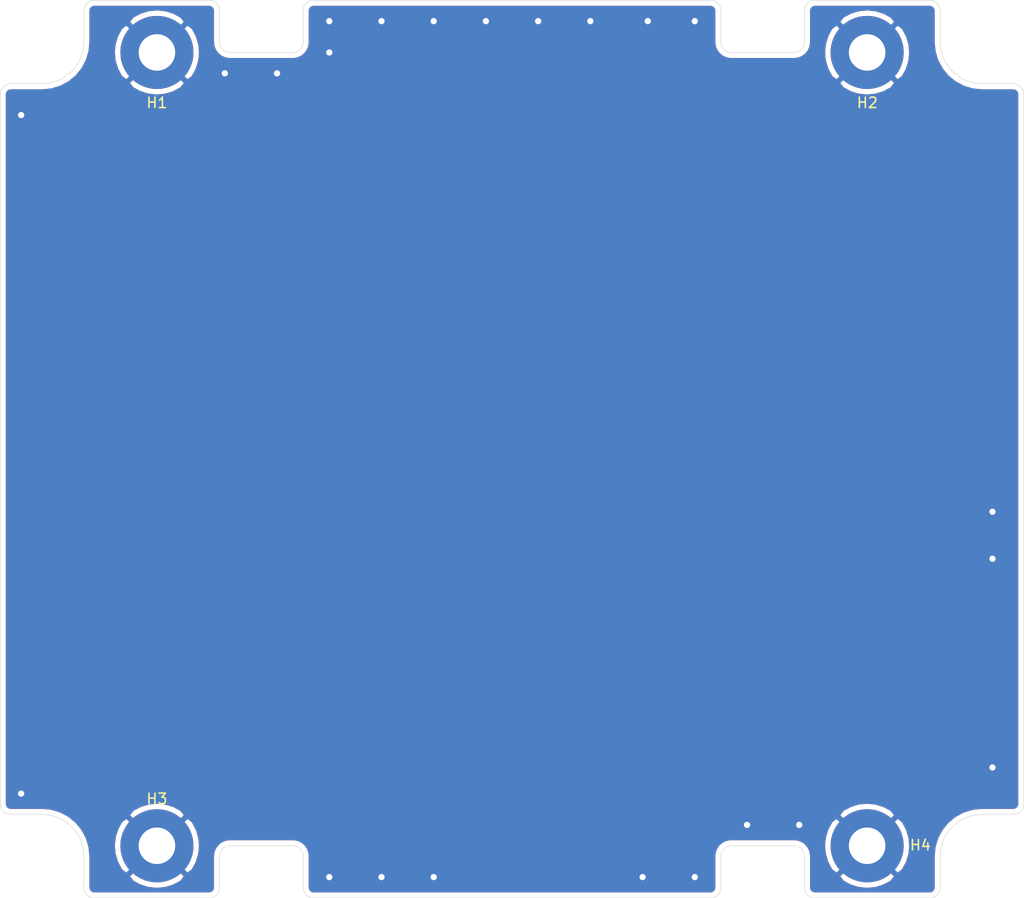
<source format=kicad_pcb>
(kicad_pcb (version 20171130) (host pcbnew "(5.1.6)-1")

  (general
    (thickness 1.6)
    (drawings 123)
    (tracks 23)
    (zones 0)
    (modules 4)
    (nets 2)
  )

  (page A4)
  (layers
    (0 F.Cu signal)
    (31 B.Cu signal)
    (32 B.Adhes user)
    (33 F.Adhes user)
    (34 B.Paste user)
    (35 F.Paste user)
    (36 B.SilkS user)
    (37 F.SilkS user)
    (38 B.Mask user)
    (39 F.Mask user)
    (40 Dwgs.User user hide)
    (41 Cmts.User user hide)
    (42 Eco1.User user hide)
    (43 Eco2.User user hide)
    (44 Edge.Cuts user)
    (45 Margin user hide)
    (46 B.CrtYd user hide)
    (47 F.CrtYd user hide)
    (48 B.Fab user hide)
    (49 F.Fab user hide)
  )

  (setup
    (last_trace_width 0.25)
    (user_trace_width 0.4064)
    (user_trace_width 1)
    (user_trace_width 1.5)
    (trace_clearance 0.2)
    (zone_clearance 0.508)
    (zone_45_only no)
    (trace_min 0.2)
    (via_size 0.8)
    (via_drill 0.4)
    (via_min_size 0.4)
    (via_min_drill 0.3)
    (user_via 1.3 0.6)
    (uvia_size 0.3)
    (uvia_drill 0.1)
    (uvias_allowed no)
    (uvia_min_size 0.2)
    (uvia_min_drill 0.1)
    (edge_width 0.05)
    (segment_width 0.2)
    (pcb_text_width 0.3)
    (pcb_text_size 1.5 1.5)
    (mod_edge_width 0.12)
    (mod_text_size 1 1)
    (mod_text_width 0.15)
    (pad_size 1.524 1.524)
    (pad_drill 0.762)
    (pad_to_mask_clearance 0.05)
    (aux_axis_origin 0 0)
    (visible_elements 7FFFFFFF)
    (pcbplotparams
      (layerselection 0x010fc_ffffffff)
      (usegerberextensions false)
      (usegerberattributes true)
      (usegerberadvancedattributes true)
      (creategerberjobfile true)
      (excludeedgelayer true)
      (linewidth 0.100000)
      (plotframeref false)
      (viasonmask false)
      (mode 1)
      (useauxorigin false)
      (hpglpennumber 1)
      (hpglpenspeed 20)
      (hpglpendiameter 15.000000)
      (psnegative false)
      (psa4output false)
      (plotreference true)
      (plotvalue true)
      (plotinvisibletext false)
      (padsonsilk false)
      (subtractmaskfromsilk false)
      (outputformat 1)
      (mirror false)
      (drillshape 1)
      (scaleselection 1)
      (outputdirectory ""))
  )

  (net 0 "")
  (net 1 GND)

  (net_class Default "This is the default net class."
    (clearance 0.2)
    (trace_width 0.25)
    (via_dia 0.8)
    (via_drill 0.4)
    (uvia_dia 0.3)
    (uvia_drill 0.1)
    (add_net GND)
  )

  (net_class "high voltage" ""
    (clearance 0.6)
    (trace_width 1)
    (via_dia 0.8)
    (via_drill 0.4)
    (uvia_dia 0.3)
    (uvia_drill 0.1)
  )

  (module MountingHole:MountingHole_3.5mm_Pad (layer F.Cu) (tedit 56D1B4CB) (tstamp 5FA96D42)
    (at 144 155)
    (descr "Mounting Hole 3.5mm")
    (tags "mounting hole 3.5mm")
    (path /600757CC)
    (attr virtual)
    (fp_text reference H4 (at 5.098 -0.06) (layer F.SilkS)
      (effects (font (size 1 1) (thickness 0.15)))
    )
    (fp_text value MountingHole_Pad (at 0 4.5) (layer F.Fab)
      (effects (font (size 1 1) (thickness 0.15)))
    )
    (fp_circle (center 0 0) (end 3.75 0) (layer F.CrtYd) (width 0.05))
    (fp_circle (center 0 0) (end 3.5 0) (layer Cmts.User) (width 0.15))
    (fp_text user %R (at 0.3 0) (layer F.Fab)
      (effects (font (size 1 1) (thickness 0.15)))
    )
    (pad 1 thru_hole circle (at 0 0) (size 7 7) (drill 3.5) (layers *.Cu *.Mask)
      (net 1 GND))
  )

  (module MountingHole:MountingHole_3.5mm_Pad (layer F.Cu) (tedit 56D1B4CB) (tstamp 5FA96D3A)
    (at 76 155)
    (descr "Mounting Hole 3.5mm")
    (tags "mounting hole 3.5mm")
    (path /6004886A)
    (attr virtual)
    (fp_text reference H3 (at 0 -4.5) (layer F.SilkS)
      (effects (font (size 1 1) (thickness 0.15)))
    )
    (fp_text value MountingHole_Pad (at 0 4.5) (layer F.Fab)
      (effects (font (size 1 1) (thickness 0.15)))
    )
    (fp_circle (center 0 0) (end 3.75 0) (layer F.CrtYd) (width 0.05))
    (fp_circle (center 0 0) (end 3.5 0) (layer Cmts.User) (width 0.15))
    (fp_text user %R (at 0.3 0) (layer F.Fab)
      (effects (font (size 1 1) (thickness 0.15)))
    )
    (pad 1 thru_hole circle (at 0 0) (size 7 7) (drill 3.5) (layers *.Cu *.Mask)
      (net 1 GND))
  )

  (module MountingHole:MountingHole_3.5mm_Pad (layer F.Cu) (tedit 56D1B4CB) (tstamp 5FA96D32)
    (at 144 79)
    (descr "Mounting Hole 3.5mm")
    (tags "mounting hole 3.5mm")
    (path /6001BF81)
    (attr virtual)
    (fp_text reference H2 (at 0.018 4.82) (layer F.SilkS)
      (effects (font (size 1 1) (thickness 0.15)))
    )
    (fp_text value MountingHole_Pad (at 0 4.5) (layer F.Fab)
      (effects (font (size 1 1) (thickness 0.15)))
    )
    (fp_circle (center 0 0) (end 3.75 0) (layer F.CrtYd) (width 0.05))
    (fp_circle (center 0 0) (end 3.5 0) (layer Cmts.User) (width 0.15))
    (fp_text user %R (at 0.3 0) (layer F.Fab)
      (effects (font (size 1 1) (thickness 0.15)))
    )
    (pad 1 thru_hole circle (at 0 0) (size 7 7) (drill 3.5) (layers *.Cu *.Mask)
      (net 1 GND))
  )

  (module MountingHole:MountingHole_3.5mm_Pad (layer F.Cu) (tedit 56D1B4CB) (tstamp 5FA96D2A)
    (at 76 79)
    (descr "Mounting Hole 3.5mm")
    (tags "mounting hole 3.5mm")
    (path /5FF355F1)
    (attr virtual)
    (fp_text reference H1 (at 0 4.82) (layer F.SilkS)
      (effects (font (size 1 1) (thickness 0.15)))
    )
    (fp_text value MountingHole_Pad (at 0 4.5) (layer F.Fab)
      (effects (font (size 1 1) (thickness 0.15)))
    )
    (fp_circle (center 0 0) (end 3.75 0) (layer F.CrtYd) (width 0.05))
    (fp_circle (center 0 0) (end 3.5 0) (layer Cmts.User) (width 0.15))
    (fp_text user %R (at 0.3 0) (layer F.Fab)
      (effects (font (size 1 1) (thickness 0.15)))
    )
    (pad 1 thru_hole circle (at 0 0) (size 7 7) (drill 3.5) (layers *.Cu *.Mask)
      (net 1 GND))
  )

  (gr_line (start 80.772 136.525) (end 80.772 90.805) (layer Dwgs.User) (width 0.12))
  (gr_line (start 66.167 154.686) (end 66.167 82.296) (layer Dwgs.User) (width 0.12))
  (gr_line (start 66.146 120.112064) (end 66.167 154.686) (layer Dwgs.User) (width 0.12))
  (gr_line (start 69.342 141.732) (end 69.342 83.82) (layer Dwgs.User) (width 0.12))
  (gr_line (start 76.454 146.304) (end 76.454 85.598) (layer Dwgs.User) (width 0.12))
  (gr_line (start 140.716 92.964) (end 93.726 92.71) (layer Dwgs.User) (width 0.12))
  (gr_poly (pts (xy 121.92 117.094) (xy 120.904 117.094) (xy 120.904 115.57) (xy 121.92 115.57)) (layer Dwgs.User) (width 0.1))
  (gr_line (start 62.484 89.662) (end 62.738 90.17) (layer Dwgs.User) (width 0.15))
  (gr_line (start 95 103) (end 135.5 103) (layer Dwgs.User) (width 0.15))
  (dimension 7.6 (width 0.15) (layer Dwgs.User) (tstamp 5FAC42B7)
    (gr_text "7.600 mm" (at 115.2 108.7) (layer Dwgs.User) (tstamp 5FAC42B7)
      (effects (font (size 1 1) (thickness 0.15)))
    )
    (feature1 (pts (xy 111.4 106.2) (xy 111.4 107.986421)))
    (feature2 (pts (xy 119 106.2) (xy 119 107.986421)))
    (crossbar (pts (xy 119 107.4) (xy 111.4 107.4)))
    (arrow1a (pts (xy 111.4 107.4) (xy 112.526504 106.813579)))
    (arrow1b (pts (xy 111.4 107.4) (xy 112.526504 107.986421)))
    (arrow2a (pts (xy 119 107.4) (xy 117.873496 106.813579)))
    (arrow2b (pts (xy 119 107.4) (xy 117.873496 107.986421)))
  )
  (dimension 7.6 (width 0.15) (layer Dwgs.User) (tstamp 5FAC42B3)
    (gr_text "7.600 mm" (at 100 108.6) (layer Dwgs.User) (tstamp 5FAC42B3)
      (effects (font (size 1 1) (thickness 0.15)))
    )
    (feature1 (pts (xy 96.2 106.1) (xy 96.2 107.886421)))
    (feature2 (pts (xy 103.8 106.1) (xy 103.8 107.886421)))
    (crossbar (pts (xy 103.8 107.3) (xy 96.2 107.3)))
    (arrow1a (pts (xy 96.2 107.3) (xy 97.326504 106.713579)))
    (arrow1b (pts (xy 96.2 107.3) (xy 97.326504 107.886421)))
    (arrow2a (pts (xy 103.8 107.3) (xy 102.673496 106.713579)))
    (arrow2b (pts (xy 103.8 107.3) (xy 102.673496 107.886421)))
  )
  (dimension 7.6 (width 0.15) (layer Dwgs.User) (tstamp 5FAC42B1)
    (gr_text "7.600 mm" (at 122.8 108.7) (layer Dwgs.User) (tstamp 5FAC42B1)
      (effects (font (size 1 1) (thickness 0.15)))
    )
    (feature1 (pts (xy 119 106.2) (xy 119 107.986421)))
    (feature2 (pts (xy 126.6 106.2) (xy 126.6 107.986421)))
    (crossbar (pts (xy 126.6 107.4) (xy 119 107.4)))
    (arrow1a (pts (xy 119 107.4) (xy 120.126504 106.813579)))
    (arrow1b (pts (xy 119 107.4) (xy 120.126504 107.986421)))
    (arrow2a (pts (xy 126.6 107.4) (xy 125.473496 106.813579)))
    (arrow2b (pts (xy 126.6 107.4) (xy 125.473496 107.986421)))
  )
  (dimension 7.6 (width 0.15) (layer Dwgs.User) (tstamp 5FAC42AF)
    (gr_text "7.600 mm" (at 130.4 108.7) (layer Dwgs.User) (tstamp 5FAC42AF)
      (effects (font (size 1 1) (thickness 0.15)))
    )
    (feature1 (pts (xy 126.6 106.2) (xy 126.6 107.986421)))
    (feature2 (pts (xy 134.2 106.2) (xy 134.2 107.986421)))
    (crossbar (pts (xy 134.2 107.4) (xy 126.6 107.4)))
    (arrow1a (pts (xy 126.6 107.4) (xy 127.726504 106.813579)))
    (arrow1b (pts (xy 126.6 107.4) (xy 127.726504 107.986421)))
    (arrow2a (pts (xy 134.2 107.4) (xy 133.073496 106.813579)))
    (arrow2b (pts (xy 134.2 107.4) (xy 133.073496 107.986421)))
  )
  (dimension 7.6 (width 0.15) (layer Dwgs.User) (tstamp 5FAC42AD)
    (gr_text "7.600 mm" (at 107.6 108.7) (layer Dwgs.User) (tstamp 5FAC42AD)
      (effects (font (size 1 1) (thickness 0.15)))
    )
    (feature1 (pts (xy 103.8 106.2) (xy 103.8 107.986421)))
    (feature2 (pts (xy 111.4 106.2) (xy 111.4 107.986421)))
    (crossbar (pts (xy 111.4 107.4) (xy 103.8 107.4)))
    (arrow1a (pts (xy 103.8 107.4) (xy 104.926504 106.813579)))
    (arrow1b (pts (xy 103.8 107.4) (xy 104.926504 107.986421)))
    (arrow2a (pts (xy 111.4 107.4) (xy 110.273496 106.813579)))
    (arrow2b (pts (xy 111.4 107.4) (xy 110.273496 107.986421)))
  )
  (dimension 7.6 (width 0.15) (layer Dwgs.User) (tstamp 5FAC3CB4)
    (gr_text "7.600 mm" (at 85.8 110 90) (layer Dwgs.User) (tstamp 5FAC3CB4)
      (effects (font (size 1 1) (thickness 0.15)))
    )
    (feature1 (pts (xy 88.3 106.2) (xy 86.513579 106.2)))
    (feature2 (pts (xy 88.3 113.8) (xy 86.513579 113.8)))
    (crossbar (pts (xy 87.1 113.8) (xy 87.1 106.2)))
    (arrow1a (pts (xy 87.1 106.2) (xy 87.686421 107.326504)))
    (arrow1b (pts (xy 87.1 106.2) (xy 86.513579 107.326504)))
    (arrow2a (pts (xy 87.1 113.8) (xy 87.686421 112.673496)))
    (arrow2b (pts (xy 87.1 113.8) (xy 86.513579 112.673496)))
  )
  (dimension 7.6 (width 0.15) (layer Dwgs.User) (tstamp 5FAC3CB2)
    (gr_text "7.600 mm" (at 85.8 132.8 90) (layer Dwgs.User) (tstamp 5FAC3CB2)
      (effects (font (size 1 1) (thickness 0.15)))
    )
    (feature1 (pts (xy 88.3 129) (xy 86.513579 129)))
    (feature2 (pts (xy 88.3 136.6) (xy 86.513579 136.6)))
    (crossbar (pts (xy 87.1 136.6) (xy 87.1 129)))
    (arrow1a (pts (xy 87.1 129) (xy 87.686421 130.126504)))
    (arrow1b (pts (xy 87.1 129) (xy 86.513579 130.126504)))
    (arrow2a (pts (xy 87.1 136.6) (xy 87.686421 135.473496)))
    (arrow2b (pts (xy 87.1 136.6) (xy 86.513579 135.473496)))
  )
  (dimension 7.6 (width 0.15) (layer Dwgs.User) (tstamp 5FAC3CB0)
    (gr_text "7.600 mm" (at 85.9 94.8 90) (layer Dwgs.User) (tstamp 5FAC3CB0)
      (effects (font (size 1 1) (thickness 0.15)))
    )
    (feature1 (pts (xy 88.4 91) (xy 86.613579 91)))
    (feature2 (pts (xy 88.4 98.6) (xy 86.613579 98.6)))
    (crossbar (pts (xy 87.2 98.6) (xy 87.2 91)))
    (arrow1a (pts (xy 87.2 91) (xy 87.786421 92.126504)))
    (arrow1b (pts (xy 87.2 91) (xy 86.613579 92.126504)))
    (arrow2a (pts (xy 87.2 98.6) (xy 87.786421 97.473496)))
    (arrow2b (pts (xy 87.2 98.6) (xy 86.613579 97.473496)))
  )
  (dimension 7.6 (width 0.15) (layer Dwgs.User) (tstamp 5FAC3CAE)
    (gr_text "7.600 mm" (at 85.8 117.6 90) (layer Dwgs.User) (tstamp 5FAC3CAE)
      (effects (font (size 1 1) (thickness 0.15)))
    )
    (feature1 (pts (xy 88.3 113.8) (xy 86.513579 113.8)))
    (feature2 (pts (xy 88.3 121.4) (xy 86.513579 121.4)))
    (crossbar (pts (xy 87.1 121.4) (xy 87.1 113.8)))
    (arrow1a (pts (xy 87.1 113.8) (xy 87.686421 114.926504)))
    (arrow1b (pts (xy 87.1 113.8) (xy 86.513579 114.926504)))
    (arrow2a (pts (xy 87.1 121.4) (xy 87.686421 120.273496)))
    (arrow2b (pts (xy 87.1 121.4) (xy 86.513579 120.273496)))
  )
  (dimension 7.6 (width 0.15) (layer Dwgs.User) (tstamp 5FAC3CAC)
    (gr_text "7.600 mm" (at 85.8 125.2 90) (layer Dwgs.User) (tstamp 5FAC3CAC)
      (effects (font (size 1 1) (thickness 0.15)))
    )
    (feature1 (pts (xy 88.3 121.4) (xy 86.513579 121.4)))
    (feature2 (pts (xy 88.3 129) (xy 86.513579 129)))
    (crossbar (pts (xy 87.1 129) (xy 87.1 121.4)))
    (arrow1a (pts (xy 87.1 121.4) (xy 87.686421 122.526504)))
    (arrow1b (pts (xy 87.1 121.4) (xy 86.513579 122.526504)))
    (arrow2a (pts (xy 87.1 129) (xy 87.686421 127.873496)))
    (arrow2b (pts (xy 87.1 129) (xy 86.513579 127.873496)))
  )
  (dimension 7.6 (width 0.15) (layer Dwgs.User) (tstamp 5FAC3CAA)
    (gr_text "7.600 mm" (at 85.8 102.4 90) (layer Dwgs.User) (tstamp 5FAC3CAA)
      (effects (font (size 1 1) (thickness 0.15)))
    )
    (feature1 (pts (xy 88.3 98.6) (xy 86.513579 98.6)))
    (feature2 (pts (xy 88.3 106.2) (xy 86.513579 106.2)))
    (crossbar (pts (xy 87.1 106.2) (xy 87.1 98.6)))
    (arrow1a (pts (xy 87.1 98.6) (xy 87.686421 99.726504)))
    (arrow1b (pts (xy 87.1 98.6) (xy 86.513579 99.726504)))
    (arrow2a (pts (xy 87.1 106.2) (xy 87.686421 105.073496)))
    (arrow2b (pts (xy 87.1 106.2) (xy 86.513579 105.073496)))
  )
  (dimension 7.6 (width 0.15) (layer Dwgs.User) (tstamp 5FAC3CA8)
    (gr_text "7.600 mm" (at 85.9 140.4 90) (layer Dwgs.User) (tstamp 5FAC3CA8)
      (effects (font (size 1 1) (thickness 0.15)))
    )
    (feature1 (pts (xy 88.4 136.6) (xy 86.613579 136.6)))
    (feature2 (pts (xy 88.4 144.2) (xy 86.613579 144.2)))
    (crossbar (pts (xy 87.2 144.2) (xy 87.2 136.6)))
    (arrow1a (pts (xy 87.2 136.6) (xy 87.786421 137.726504)))
    (arrow1b (pts (xy 87.2 136.6) (xy 86.613579 137.726504)))
    (arrow2a (pts (xy 87.2 144.2) (xy 87.786421 143.073496)))
    (arrow2b (pts (xy 87.2 144.2) (xy 86.613579 143.073496)))
  )
  (dimension 7.6 (width 0.15) (layer Dwgs.User) (tstamp 5FAC3BCD)
    (gr_text "7.600 mm" (at -10.3 97.5) (layer Dwgs.User) (tstamp 5FAC3BCD)
      (effects (font (size 1 1) (thickness 0.15)))
    )
    (feature1 (pts (xy -14.1 95) (xy -14.1 96.786421)))
    (feature2 (pts (xy -6.5 95) (xy -6.5 96.786421)))
    (crossbar (pts (xy -6.5 96.2) (xy -14.1 96.2)))
    (arrow1a (pts (xy -14.1 96.2) (xy -12.973496 95.613579)))
    (arrow1b (pts (xy -14.1 96.2) (xy -12.973496 96.786421)))
    (arrow2a (pts (xy -6.5 96.2) (xy -7.626504 95.613579)))
    (arrow2b (pts (xy -6.5 96.2) (xy -7.626504 96.786421)))
  )
  (dimension 7.6 (width 0.15) (layer Dwgs.User) (tstamp 5FAC3BC9)
    (gr_text "7.600 mm" (at -2.7 97.6) (layer Dwgs.User) (tstamp 5FAC3BC9)
      (effects (font (size 1 1) (thickness 0.15)))
    )
    (feature1 (pts (xy -6.5 95.1) (xy -6.5 96.886421)))
    (feature2 (pts (xy 1.1 95.1) (xy 1.1 96.886421)))
    (crossbar (pts (xy 1.1 96.3) (xy -6.5 96.3)))
    (arrow1a (pts (xy -6.5 96.3) (xy -5.373496 95.713579)))
    (arrow1b (pts (xy -6.5 96.3) (xy -5.373496 96.886421)))
    (arrow2a (pts (xy 1.1 96.3) (xy -0.026504 95.713579)))
    (arrow2b (pts (xy 1.1 96.3) (xy -0.026504 96.886421)))
  )
  (dimension 7.6 (width 0.15) (layer Dwgs.User) (tstamp 5FAC3BC5)
    (gr_text "7.600 mm" (at 4.9 97.6) (layer Dwgs.User) (tstamp 5FAC3BC5)
      (effects (font (size 1 1) (thickness 0.15)))
    )
    (feature1 (pts (xy 1.1 95.1) (xy 1.1 96.886421)))
    (feature2 (pts (xy 8.7 95.1) (xy 8.7 96.886421)))
    (crossbar (pts (xy 8.7 96.3) (xy 1.1 96.3)))
    (arrow1a (pts (xy 1.1 96.3) (xy 2.226504 95.713579)))
    (arrow1b (pts (xy 1.1 96.3) (xy 2.226504 96.886421)))
    (arrow2a (pts (xy 8.7 96.3) (xy 7.573496 95.713579)))
    (arrow2b (pts (xy 8.7 96.3) (xy 7.573496 96.886421)))
  )
  (dimension 7.6 (width 0.15) (layer Dwgs.User) (tstamp 5FAC3BC1)
    (gr_text "7.600 mm" (at 12.5 97.6) (layer Dwgs.User) (tstamp 5FAC3BC1)
      (effects (font (size 1 1) (thickness 0.15)))
    )
    (feature1 (pts (xy 8.7 95.1) (xy 8.7 96.886421)))
    (feature2 (pts (xy 16.3 95.1) (xy 16.3 96.886421)))
    (crossbar (pts (xy 16.3 96.3) (xy 8.7 96.3)))
    (arrow1a (pts (xy 8.7 96.3) (xy 9.826504 95.713579)))
    (arrow1b (pts (xy 8.7 96.3) (xy 9.826504 96.886421)))
    (arrow2a (pts (xy 16.3 96.3) (xy 15.173496 95.713579)))
    (arrow2b (pts (xy 16.3 96.3) (xy 15.173496 96.886421)))
  )
  (dimension 7.6 (width 0.15) (layer Dwgs.User) (tstamp 5FAC3BBD)
    (gr_text "7.600 mm" (at 20.1 97.6) (layer Dwgs.User) (tstamp 5FAC3BBD)
      (effects (font (size 1 1) (thickness 0.15)))
    )
    (feature1 (pts (xy 16.3 95.1) (xy 16.3 96.886421)))
    (feature2 (pts (xy 23.9 95.1) (xy 23.9 96.886421)))
    (crossbar (pts (xy 23.9 96.3) (xy 16.3 96.3)))
    (arrow1a (pts (xy 16.3 96.3) (xy 17.426504 95.713579)))
    (arrow1b (pts (xy 16.3 96.3) (xy 17.426504 96.886421)))
    (arrow2a (pts (xy 23.9 96.3) (xy 22.773496 95.713579)))
    (arrow2b (pts (xy 23.9 96.3) (xy 22.773496 96.886421)))
  )
  (dimension 7.6 (width 0.15) (layer Dwgs.User) (tstamp 5FAC3BB7)
    (gr_text "7.600 mm" (at 27.7 97.6) (layer Dwgs.User) (tstamp 5FAC3BB7)
      (effects (font (size 1 1) (thickness 0.15)))
    )
    (feature1 (pts (xy 23.9 95.1) (xy 23.9 96.886421)))
    (feature2 (pts (xy 31.5 95.1) (xy 31.5 96.886421)))
    (crossbar (pts (xy 31.5 96.3) (xy 23.9 96.3)))
    (arrow1a (pts (xy 23.9 96.3) (xy 25.026504 95.713579)))
    (arrow1b (pts (xy 23.9 96.3) (xy 25.026504 96.886421)))
    (arrow2a (pts (xy 31.5 96.3) (xy 30.373496 95.713579)))
    (arrow2b (pts (xy 31.5 96.3) (xy 30.373496 96.886421)))
  )
  (dimension 7.6 (width 0.15) (layer Dwgs.User)
    (gr_text "7.600 mm" (at 35.3 97.5) (layer Dwgs.User)
      (effects (font (size 1 1) (thickness 0.15)))
    )
    (feature1 (pts (xy 31.5 95) (xy 31.5 96.786421)))
    (feature2 (pts (xy 39.1 95) (xy 39.1 96.786421)))
    (crossbar (pts (xy 39.1 96.2) (xy 31.5 96.2)))
    (arrow1a (pts (xy 31.5 96.2) (xy 32.626504 95.613579)))
    (arrow1b (pts (xy 31.5 96.2) (xy 32.626504 96.786421)))
    (arrow2a (pts (xy 39.1 96.2) (xy 37.973496 95.613579)))
    (arrow2b (pts (xy 39.1 96.2) (xy 37.973496 96.786421)))
  )
  (gr_line (start 83.312 100.584) (end 83.312 92.456) (layer Dwgs.User) (width 0.15))
  (dimension 3.81 (width 0.15) (layer Dwgs.User)
    (gr_text "3.810 mm" (at 62.865 39.975) (layer Dwgs.User)
      (effects (font (size 1 1) (thickness 0.15)))
    )
    (feature1 (pts (xy 60.96 121.285) (xy 60.96 40.688579)))
    (feature2 (pts (xy 64.77 121.285) (xy 64.77 40.688579)))
    (crossbar (pts (xy 64.77 41.275) (xy 60.96 41.275)))
    (arrow1a (pts (xy 60.96 41.275) (xy 62.086504 40.688579)))
    (arrow1b (pts (xy 60.96 41.275) (xy 62.086504 41.861421)))
    (arrow2a (pts (xy 64.77 41.275) (xy 63.643496 40.688579)))
    (arrow2b (pts (xy 64.77 41.275) (xy 63.643496 41.861421)))
  )
  (dimension 5 (width 0.15) (layer Dwgs.User) (tstamp 5FA975E3)
    (gr_text "5.000 mm" (at 87.3 157.5 90) (layer Dwgs.User) (tstamp 5FA975E3)
      (effects (font (size 1 1) (thickness 0.15)))
    )
    (feature1 (pts (xy 76 155) (xy 86.586421 155)))
    (feature2 (pts (xy 76 160) (xy 86.586421 160)))
    (crossbar (pts (xy 86 160) (xy 86 155)))
    (arrow1a (pts (xy 86 155) (xy 86.586421 156.126504)))
    (arrow1b (pts (xy 86 155) (xy 85.413579 156.126504)))
    (arrow2a (pts (xy 86 160) (xy 86.586421 158.873496)))
    (arrow2b (pts (xy 86 160) (xy 85.413579 158.873496)))
  )
  (dimension 5 (width 0.15) (layer Dwgs.User) (tstamp 5FA975DB)
    (gr_text "5.000 mm" (at 132.7 157.5 90) (layer Dwgs.User) (tstamp 5FA975DB)
      (effects (font (size 1 1) (thickness 0.15)))
    )
    (feature1 (pts (xy 144 160) (xy 133.413579 160)))
    (feature2 (pts (xy 144 155) (xy 133.413579 155)))
    (crossbar (pts (xy 134 155) (xy 134 160)))
    (arrow1a (pts (xy 134 160) (xy 133.413579 158.873496)))
    (arrow1b (pts (xy 134 160) (xy 134.586421 158.873496)))
    (arrow2a (pts (xy 134 155) (xy 133.413579 156.126504)))
    (arrow2b (pts (xy 134 155) (xy 134.586421 156.126504)))
  )
  (dimension 7 (width 0.15) (layer Dwgs.User) (tstamp 5FACC5B2)
    (gr_text "7.000 mm" (at 72.5 145.7) (layer Dwgs.User) (tstamp 5FACC5B2)
      (effects (font (size 1 1) (thickness 0.15)))
    )
    (feature1 (pts (xy 69 160) (xy 69 146.413579)))
    (feature2 (pts (xy 76 160) (xy 76 146.413579)))
    (crossbar (pts (xy 76 147) (xy 69 147)))
    (arrow1a (pts (xy 69 147) (xy 70.126504 146.413579)))
    (arrow1b (pts (xy 69 147) (xy 70.126504 147.586421)))
    (arrow2a (pts (xy 76 147) (xy 74.873496 146.413579)))
    (arrow2b (pts (xy 76 147) (xy 74.873496 147.586421)))
  )
  (dimension 7 (width 0.15) (layer Dwgs.User)
    (gr_text "7.000 mm" (at 147.5 145.7) (layer Dwgs.User)
      (effects (font (size 1 1) (thickness 0.15)))
    )
    (feature1 (pts (xy 144 160) (xy 144 146.413579)))
    (feature2 (pts (xy 151 160) (xy 151 146.413579)))
    (crossbar (pts (xy 151 147) (xy 144 147)))
    (arrow1a (pts (xy 144 147) (xy 145.126504 146.413579)))
    (arrow1b (pts (xy 144 147) (xy 145.126504 147.586421)))
    (arrow2a (pts (xy 151 147) (xy 149.873496 146.413579)))
    (arrow2b (pts (xy 151 147) (xy 149.873496 147.586421)))
  )
  (dimension 5 (width 0.15) (layer Dwgs.User) (tstamp 5FA975CB)
    (gr_text "5.000 mm" (at 155.3 76.5 90) (layer Dwgs.User) (tstamp 5FA975CB)
      (effects (font (size 1 1) (thickness 0.15)))
    )
    (feature1 (pts (xy 144 74) (xy 154.586421 74)))
    (feature2 (pts (xy 144 79) (xy 154.586421 79)))
    (crossbar (pts (xy 154 79) (xy 154 74)))
    (arrow1a (pts (xy 154 74) (xy 154.586421 75.126504)))
    (arrow1b (pts (xy 154 74) (xy 153.413579 75.126504)))
    (arrow2a (pts (xy 154 79) (xy 154.586421 77.873496)))
    (arrow2b (pts (xy 154 79) (xy 153.413579 77.873496)))
  )
  (dimension 5 (width 0.15) (layer Dwgs.User)
    (gr_text "5.000 mm" (at 87.3 76.5 90) (layer Dwgs.User)
      (effects (font (size 1 1) (thickness 0.15)))
    )
    (feature1 (pts (xy 76 74) (xy 86.586421 74)))
    (feature2 (pts (xy 76 79) (xy 86.586421 79)))
    (crossbar (pts (xy 86 79) (xy 86 74)))
    (arrow1a (pts (xy 86 74) (xy 86.586421 75.126504)))
    (arrow1b (pts (xy 86 74) (xy 85.413579 75.126504)))
    (arrow2a (pts (xy 86 79) (xy 86.586421 77.873496)))
    (arrow2b (pts (xy 86 79) (xy 85.413579 77.873496)))
  )
  (dimension 7 (width 0.15) (layer Dwgs.User) (tstamp 5FA975C7)
    (gr_text "7.000 mm" (at 147.5 60.7) (layer Dwgs.User) (tstamp 5FA975C7)
      (effects (font (size 1 1) (thickness 0.15)))
    )
    (feature1 (pts (xy 144 79) (xy 144 61.413579)))
    (feature2 (pts (xy 151 79) (xy 151 61.413579)))
    (crossbar (pts (xy 151 62) (xy 144 62)))
    (arrow1a (pts (xy 144 62) (xy 145.126504 61.413579)))
    (arrow1b (pts (xy 144 62) (xy 145.126504 62.586421)))
    (arrow2a (pts (xy 151 62) (xy 149.873496 61.413579)))
    (arrow2b (pts (xy 151 62) (xy 149.873496 62.586421)))
  )
  (dimension 7 (width 0.15) (layer Dwgs.User)
    (gr_text "7.000 mm" (at 72.5 60.7) (layer Dwgs.User)
      (effects (font (size 1 1) (thickness 0.15)))
    )
    (feature1 (pts (xy 69 79) (xy 69 61.413579)))
    (feature2 (pts (xy 76 79) (xy 76 61.413579)))
    (crossbar (pts (xy 76 62) (xy 69 62)))
    (arrow1a (pts (xy 69 62) (xy 70.126504 61.413579)))
    (arrow1b (pts (xy 69 62) (xy 70.126504 62.586421)))
    (arrow2a (pts (xy 76 62) (xy 74.873496 61.413579)))
    (arrow2b (pts (xy 76 62) (xy 74.873496 62.586421)))
  )
  (gr_line (start 139 160) (end 150 160) (layer Edge.Cuts) (width 0.05) (tstamp 5FA90C29))
  (gr_line (start 91 160) (end 129 160) (layer Edge.Cuts) (width 0.05) (tstamp 5FA90C28))
  (gr_line (start 70 160) (end 81 160) (layer Edge.Cuts) (width 0.05) (tstamp 5FA90C27))
  (gr_line (start 81 74) (end 70 74) (layer Edge.Cuts) (width 0.05) (tstamp 5FA90C26))
  (gr_line (start 129 74) (end 91 74) (layer Edge.Cuts) (width 0.05) (tstamp 5FA90C25))
  (gr_line (start 150 74) (end 139 74) (layer Edge.Cuts) (width 0.05) (tstamp 5FA90C24))
  (gr_line (start 90 78) (end 90 75) (layer Edge.Cuts) (width 0.05) (tstamp 5FA90B8D))
  (gr_arc (start 91 75) (end 91 74) (angle -90) (layer Edge.Cuts) (width 0.05) (tstamp 5FA90B8C))
  (gr_line (start 82 78) (end 82 75) (layer Edge.Cuts) (width 0.05) (tstamp 5FA90B8B))
  (gr_line (start 89 79) (end 83 79) (layer Edge.Cuts) (width 0.05) (tstamp 5FA90B8A))
  (gr_arc (start 83 78) (end 82 78) (angle -90) (layer Edge.Cuts) (width 0.05) (tstamp 5FA90B89))
  (dimension 11 (width 0.15) (layer Dwgs.User) (tstamp 5FA90B87)
    (gr_text "11.000 mm" (at 75.5 65.7) (layer Dwgs.User) (tstamp 5FA90B87)
      (effects (font (size 1 1) (thickness 0.15)))
    )
    (feature1 (pts (xy 70 74) (xy 70 66.413579)))
    (feature2 (pts (xy 81 74) (xy 81 66.413579)))
    (crossbar (pts (xy 81 67) (xy 70 67)))
    (arrow1a (pts (xy 70 67) (xy 71.126504 66.413579)))
    (arrow1b (pts (xy 70 67) (xy 71.126504 67.586421)))
    (arrow2a (pts (xy 81 67) (xy 79.873496 66.413579)))
    (arrow2b (pts (xy 81 67) (xy 79.873496 67.586421)))
  )
  (gr_arc (start 81 75) (end 82 75) (angle -90) (layer Edge.Cuts) (width 0.05) (tstamp 5FA90B86))
  (gr_arc (start 89 78) (end 89 79) (angle -90) (layer Edge.Cuts) (width 0.05) (tstamp 5FA90B85))
  (dimension 11 (width 0.15) (layer Dwgs.User) (tstamp 5FA90B6F)
    (gr_text "11.000 mm" (at 144.5 65.7) (layer Dwgs.User) (tstamp 5FA90B6F)
      (effects (font (size 1 1) (thickness 0.15)))
    )
    (feature1 (pts (xy 139 74) (xy 139 66.413579)))
    (feature2 (pts (xy 150 74) (xy 150 66.413579)))
    (crossbar (pts (xy 150 67) (xy 139 67)))
    (arrow1a (pts (xy 139 67) (xy 140.126504 66.413579)))
    (arrow1b (pts (xy 139 67) (xy 140.126504 67.586421)))
    (arrow2a (pts (xy 150 67) (xy 148.873496 66.413579)))
    (arrow2b (pts (xy 150 67) (xy 148.873496 67.586421)))
  )
  (gr_line (start 130 156) (end 130 159) (layer Edge.Cuts) (width 0.05) (tstamp 5FA90B67))
  (gr_arc (start 129 159) (end 129 160) (angle -90) (layer Edge.Cuts) (width 0.05) (tstamp 5FA90B66))
  (gr_line (start 138 156) (end 138 159) (layer Edge.Cuts) (width 0.05) (tstamp 5FA90B65))
  (gr_line (start 131 155) (end 137 155) (layer Edge.Cuts) (width 0.05) (tstamp 5FA90B64))
  (gr_arc (start 137 156) (end 138 156) (angle -90) (layer Edge.Cuts) (width 0.05) (tstamp 5FA90B63))
  (gr_arc (start 139 159) (end 138 159) (angle -90) (layer Edge.Cuts) (width 0.05) (tstamp 5FA90B62))
  (gr_arc (start 131 156) (end 131 155) (angle -90) (layer Edge.Cuts) (width 0.05) (tstamp 5FA90B61))
  (dimension 11 (width 0.15) (layer Dwgs.User)
    (gr_text "11.000 mm" (at 144.5 151.7) (layer Dwgs.User)
      (effects (font (size 1 1) (thickness 0.15)))
    )
    (feature1 (pts (xy 139 160) (xy 139 152.413579)))
    (feature2 (pts (xy 150 160) (xy 150 152.413579)))
    (crossbar (pts (xy 150 153) (xy 139 153)))
    (arrow1a (pts (xy 139 153) (xy 140.126504 152.413579)))
    (arrow1b (pts (xy 139 153) (xy 140.126504 153.586421)))
    (arrow2a (pts (xy 150 153) (xy 148.873496 152.413579)))
    (arrow2b (pts (xy 150 153) (xy 148.873496 153.586421)))
  )
  (gr_arc (start 131 78) (end 130 78) (angle -90) (layer Edge.Cuts) (width 0.05) (tstamp 5FA90B57))
  (gr_line (start 138 78) (end 138 75) (layer Edge.Cuts) (width 0.05) (tstamp 5FA90B56))
  (gr_arc (start 137 78) (end 137 79) (angle -90) (layer Edge.Cuts) (width 0.05) (tstamp 5FA90B55))
  (gr_line (start 130 78) (end 130 75) (layer Edge.Cuts) (width 0.05) (tstamp 5FA90B54))
  (gr_line (start 137 79) (end 131 79) (layer Edge.Cuts) (width 0.05) (tstamp 5FA90B53))
  (gr_arc (start 129 75) (end 130 75) (angle -90) (layer Edge.Cuts) (width 0.05) (tstamp 5FA90B50))
  (gr_arc (start 139 75) (end 139 74) (angle -90) (layer Edge.Cuts) (width 0.05) (tstamp 5FA90B4F))
  (gr_line (start 90 156) (end 90 159) (layer Edge.Cuts) (width 0.05) (tstamp 5FA90B4C))
  (gr_line (start 83 155) (end 89 155) (layer Edge.Cuts) (width 0.05) (tstamp 5FA90B4B))
  (gr_line (start 82 156) (end 82 159) (layer Edge.Cuts) (width 0.05) (tstamp 5FA90B4A))
  (gr_arc (start 83 156) (end 83 155) (angle -90) (layer Edge.Cuts) (width 0.05))
  (gr_arc (start 89 156) (end 90 156) (angle -90) (layer Edge.Cuts) (width 0.05))
  (gr_arc (start 91 159) (end 90 159) (angle -90) (layer Edge.Cuts) (width 0.05))
  (dimension 11 (width 0.15) (layer Dwgs.User)
    (gr_text "11.000 mm" (at 75.5 165.3) (layer Dwgs.User)
      (effects (font (size 1 1) (thickness 0.15)))
    )
    (feature1 (pts (xy 81 160) (xy 81 164.586421)))
    (feature2 (pts (xy 70 160) (xy 70 164.586421)))
    (crossbar (pts (xy 70 164) (xy 81 164)))
    (arrow1a (pts (xy 81 164) (xy 79.873496 164.586421)))
    (arrow1b (pts (xy 81 164) (xy 79.873496 163.413579)))
    (arrow2a (pts (xy 70 164) (xy 71.126504 164.586421)))
    (arrow2b (pts (xy 70 164) (xy 71.126504 163.413579)))
  )
  (gr_arc (start 81 159) (end 81 160) (angle -90) (layer Edge.Cuts) (width 0.05))
  (dimension 1 (width 0.15) (layer Dwgs.User)
    (gr_text "1.000 mm" (at 73.3 74.5 90) (layer Dwgs.User)
      (effects (font (size 1 1) (thickness 0.15)))
    )
    (feature1 (pts (xy 70 74) (xy 72.586421 74)))
    (feature2 (pts (xy 70 75) (xy 72.586421 75)))
    (crossbar (pts (xy 72 75) (xy 72 74)))
    (arrow1a (pts (xy 72 74) (xy 72.586421 75.126504)))
    (arrow1b (pts (xy 72 74) (xy 71.413579 75.126504)))
    (arrow2a (pts (xy 72 75) (xy 72.586421 73.873496)))
    (arrow2b (pts (xy 72 75) (xy 71.413579 73.873496)))
  )
  (dimension 1 (width 0.15) (layer Dwgs.User)
    (gr_text "1.000 mm" (at 61.5 86.3) (layer Dwgs.User)
      (effects (font (size 1 1) (thickness 0.15)))
    )
    (feature1 (pts (xy 62 83) (xy 62 85.586421)))
    (feature2 (pts (xy 61 83) (xy 61 85.586421)))
    (crossbar (pts (xy 61 85) (xy 62 85)))
    (arrow1a (pts (xy 62 85) (xy 60.873496 85.586421)))
    (arrow1b (pts (xy 62 85) (xy 60.873496 84.413579)))
    (arrow2a (pts (xy 61 85) (xy 62.126504 85.586421)))
    (arrow2b (pts (xy 61 85) (xy 62.126504 84.413579)))
  )
  (dimension 1 (width 0.15) (layer Dwgs.User)
    (gr_text "1.000 mm" (at 64.3 151.5 270) (layer Dwgs.User)
      (effects (font (size 1 1) (thickness 0.15)))
    )
    (feature1 (pts (xy 61 152) (xy 63.586421 152)))
    (feature2 (pts (xy 61 151) (xy 63.586421 151)))
    (crossbar (pts (xy 63 151) (xy 63 152)))
    (arrow1a (pts (xy 63 152) (xy 62.413579 150.873496)))
    (arrow1b (pts (xy 63 152) (xy 63.586421 150.873496)))
    (arrow2a (pts (xy 63 151) (xy 62.413579 152.126504)))
    (arrow2b (pts (xy 63 151) (xy 63.586421 152.126504)))
  )
  (dimension 1 (width 0.15) (layer Dwgs.User)
    (gr_text "1.000 mm" (at 72.3 159.5 270) (layer Dwgs.User)
      (effects (font (size 1 1) (thickness 0.15)))
    )
    (feature1 (pts (xy 69 160) (xy 71.586421 160)))
    (feature2 (pts (xy 69 159) (xy 71.586421 159)))
    (crossbar (pts (xy 71 159) (xy 71 160)))
    (arrow1a (pts (xy 71 160) (xy 70.413579 158.873496)))
    (arrow1b (pts (xy 71 160) (xy 71.586421 158.873496)))
    (arrow2a (pts (xy 71 159) (xy 70.413579 160.126504)))
    (arrow2b (pts (xy 71 159) (xy 71.586421 160.126504)))
  )
  (dimension 1 (width 0.15) (layer Dwgs.User)
    (gr_text "1.000 mm" (at 147.7 159.5 270) (layer Dwgs.User)
      (effects (font (size 1 1) (thickness 0.15)))
    )
    (feature1 (pts (xy 151 160) (xy 148.413579 160)))
    (feature2 (pts (xy 151 159) (xy 148.413579 159)))
    (crossbar (pts (xy 149 159) (xy 149 160)))
    (arrow1a (pts (xy 149 160) (xy 148.413579 158.873496)))
    (arrow1b (pts (xy 149 160) (xy 149.586421 158.873496)))
    (arrow2a (pts (xy 149 159) (xy 148.413579 160.126504)))
    (arrow2b (pts (xy 149 159) (xy 149.586421 160.126504)))
  )
  (dimension 1 (width 0.15) (layer Dwgs.User)
    (gr_text "1.000 mm" (at 158.5 148.7) (layer Dwgs.User)
      (effects (font (size 1 1) (thickness 0.15)))
    )
    (feature1 (pts (xy 159 152) (xy 159 149.413579)))
    (feature2 (pts (xy 158 152) (xy 158 149.413579)))
    (crossbar (pts (xy 158 150) (xy 159 150)))
    (arrow1a (pts (xy 159 150) (xy 157.873496 150.586421)))
    (arrow1b (pts (xy 159 150) (xy 157.873496 149.413579)))
    (arrow2a (pts (xy 158 150) (xy 159.126504 150.586421)))
    (arrow2b (pts (xy 158 150) (xy 159.126504 149.413579)))
  )
  (dimension 1 (width 0.15) (layer Dwgs.User)
    (gr_text "1.000 mm" (at 151.7 82.5 270) (layer Dwgs.User)
      (effects (font (size 1 1) (thickness 0.15)))
    )
    (feature1 (pts (xy 158 83) (xy 152.413579 83)))
    (feature2 (pts (xy 158 82) (xy 152.413579 82)))
    (crossbar (pts (xy 153 82) (xy 153 83)))
    (arrow1a (pts (xy 153 83) (xy 152.413579 81.873496)))
    (arrow1b (pts (xy 153 83) (xy 153.586421 81.873496)))
    (arrow2a (pts (xy 153 82) (xy 152.413579 83.126504)))
    (arrow2b (pts (xy 153 82) (xy 153.586421 83.126504)))
  )
  (dimension 1 (width 0.15) (layer Dwgs.User)
    (gr_text "1.000 mm" (at 147.7 74.5 90) (layer Dwgs.User)
      (effects (font (size 1 1) (thickness 0.15)))
    )
    (feature1 (pts (xy 150 74) (xy 148.413579 74)))
    (feature2 (pts (xy 150 75) (xy 148.413579 75)))
    (crossbar (pts (xy 149 75) (xy 149 74)))
    (arrow1a (pts (xy 149 74) (xy 149.586421 75.126504)))
    (arrow1b (pts (xy 149 74) (xy 148.413579 75.126504)))
    (arrow2a (pts (xy 149 75) (xy 149.586421 73.873496)))
    (arrow2b (pts (xy 149 75) (xy 148.413579 73.873496)))
  )
  (dimension 8 (width 0.15) (layer Dwgs.User)
    (gr_text "8.000 mm" (at 157.7 78 270) (layer Dwgs.User)
      (effects (font (size 1 1) (thickness 0.15)))
    )
    (feature1 (pts (xy 159 82) (xy 158.413579 82)))
    (feature2 (pts (xy 159 74) (xy 158.413579 74)))
    (crossbar (pts (xy 159 74) (xy 159 82)))
    (arrow1a (pts (xy 159 82) (xy 158.413579 80.873496)))
    (arrow1b (pts (xy 159 82) (xy 159.586421 80.873496)))
    (arrow2a (pts (xy 159 74) (xy 158.413579 75.126504)))
    (arrow2b (pts (xy 159 74) (xy 159.586421 75.126504)))
  )
  (dimension 4 (width 0.15) (layer Dwgs.User)
    (gr_text "4.000 mm" (at 163.3 80 270) (layer Dwgs.User)
      (effects (font (size 1 1) (thickness 0.15)))
    )
    (feature1 (pts (xy 155 82) (xy 162.586421 82)))
    (feature2 (pts (xy 155 78) (xy 162.586421 78)))
    (crossbar (pts (xy 162 78) (xy 162 82)))
    (arrow1a (pts (xy 162 82) (xy 161.413579 80.873496)))
    (arrow1b (pts (xy 162 82) (xy 162.586421 80.873496)))
    (arrow2a (pts (xy 162 78) (xy 161.413579 79.126504)))
    (arrow2b (pts (xy 162 78) (xy 162.586421 79.126504)))
  )
  (dimension 68 (width 0.15) (layer Dwgs.User)
    (gr_text "68.000 mm" (at 55.7 117 270) (layer Dwgs.User)
      (effects (font (size 1 1) (thickness 0.15)))
    )
    (feature1 (pts (xy 61 151) (xy 56.413579 151)))
    (feature2 (pts (xy 61 83) (xy 56.413579 83)))
    (crossbar (pts (xy 57 83) (xy 57 151)))
    (arrow1a (pts (xy 57 151) (xy 56.413579 149.873496)))
    (arrow1b (pts (xy 57 151) (xy 57.586421 149.873496)))
    (arrow2a (pts (xy 57 83) (xy 56.413579 84.126504)))
    (arrow2b (pts (xy 57 83) (xy 57.586421 84.126504)))
  )
  (gr_line (start 159 151) (end 159 83) (layer Edge.Cuts) (width 0.05) (tstamp 5FA8EE6F))
  (gr_line (start 61 151) (end 61 83) (layer Edge.Cuts) (width 0.05))
  (dimension 4 (width 0.15) (layer Dwgs.User) (tstamp 5FA8CED5)
    (gr_text "4.000 mm" (at 157 68.7) (layer Dwgs.User) (tstamp 5FA8CED5)
      (effects (font (size 1 1) (thickness 0.15)))
    )
    (feature1 (pts (xy 159 78) (xy 159 69.413579)))
    (feature2 (pts (xy 155 78) (xy 155 69.413579)))
    (crossbar (pts (xy 155 70) (xy 159 70)))
    (arrow1a (pts (xy 159 70) (xy 157.873496 69.413579)))
    (arrow1b (pts (xy 159 70) (xy 157.873496 70.586421)))
    (arrow2a (pts (xy 155 70) (xy 156.126504 69.413579)))
    (arrow2b (pts (xy 155 70) (xy 156.126504 70.586421)))
  )
  (gr_line (start 155 82) (end 158 82) (layer Edge.Cuts) (width 0.05) (tstamp 5FA8C25F))
  (dimension 8 (width 0.15) (layer Dwgs.User) (tstamp 5FA8C25D)
    (gr_text "8.000 mm" (at 155 72.7) (layer Dwgs.User) (tstamp 5FA8C25D)
      (effects (font (size 1 1) (thickness 0.15)))
    )
    (feature1 (pts (xy 159 74) (xy 159 73.413579)))
    (feature2 (pts (xy 151 74) (xy 151 73.413579)))
    (crossbar (pts (xy 151 74) (xy 159 74)))
    (arrow1a (pts (xy 159 74) (xy 157.873496 73.413579)))
    (arrow1b (pts (xy 159 74) (xy 157.873496 74.586421)))
    (arrow2a (pts (xy 151 74) (xy 152.126504 73.413579)))
    (arrow2b (pts (xy 151 74) (xy 152.126504 74.586421)))
  )
  (gr_arc (start 158 83) (end 158 82) (angle 90) (layer Edge.Cuts) (width 0.05) (tstamp 5FA8C25C))
  (gr_line (start 151 78) (end 151 75) (layer Edge.Cuts) (width 0.05) (tstamp 5FA8C25B))
  (gr_arc (start 150 75) (end 150 74) (angle 90) (layer Edge.Cuts) (width 0.05) (tstamp 5FA8C258))
  (gr_arc (start 155 78) (end 155 82) (angle 90) (layer Edge.Cuts) (width 0.05) (tstamp 5FA8C257))
  (gr_line (start 65 82) (end 62 82) (layer Edge.Cuts) (width 0.05) (tstamp 5FA8C249))
  (dimension 4 (width 0.15) (layer Dwgs.User) (tstamp 5FA8C247)
    (gr_text "4.000 mm" (at 55.7 76 90) (layer Dwgs.User) (tstamp 5FA8C247)
      (effects (font (size 1 1) (thickness 0.15)))
    )
    (feature1 (pts (xy 65 74) (xy 56.413579 74)))
    (feature2 (pts (xy 65 78) (xy 56.413579 78)))
    (crossbar (pts (xy 57 78) (xy 57 74)))
    (arrow1a (pts (xy 57 74) (xy 56.413579 75.126504)))
    (arrow1b (pts (xy 57 74) (xy 57.586421 75.126504)))
    (arrow2a (pts (xy 57 78) (xy 56.413579 76.873496)))
    (arrow2b (pts (xy 57 78) (xy 57.586421 76.873496)))
  )
  (dimension 4 (width 0.15) (layer Dwgs.User) (tstamp 5FA8C245)
    (gr_text "4.000 mm" (at 63 67.7) (layer Dwgs.User) (tstamp 5FA8C245)
      (effects (font (size 1 1) (thickness 0.15)))
    )
    (feature1 (pts (xy 61 78) (xy 61 68.413579)))
    (feature2 (pts (xy 65 78) (xy 65 68.413579)))
    (crossbar (pts (xy 65 69) (xy 61 69)))
    (arrow1a (pts (xy 61 69) (xy 62.126504 69.586421)))
    (arrow1b (pts (xy 61 69) (xy 62.126504 68.413579)))
    (arrow2a (pts (xy 65 69) (xy 63.873496 69.586421)))
    (arrow2b (pts (xy 65 69) (xy 63.873496 68.413579)))
  )
  (gr_arc (start 62 83) (end 61 83) (angle 90) (layer Edge.Cuts) (width 0.05) (tstamp 5FA8C244))
  (dimension 8 (width 0.15) (layer Dwgs.User) (tstamp 5FA8C242)
    (gr_text "8.000 mm" (at 65 72.7) (layer Dwgs.User) (tstamp 5FA8C242)
      (effects (font (size 1 1) (thickness 0.15)))
    )
    (feature1 (pts (xy 69 74) (xy 69 73.413579)))
    (feature2 (pts (xy 61 74) (xy 61 73.413579)))
    (crossbar (pts (xy 61 74) (xy 69 74)))
    (arrow1a (pts (xy 69 74) (xy 67.873496 73.413579)))
    (arrow1b (pts (xy 69 74) (xy 67.873496 74.586421)))
    (arrow2a (pts (xy 61 74) (xy 62.126504 73.413579)))
    (arrow2b (pts (xy 61 74) (xy 62.126504 74.586421)))
  )
  (gr_line (start 69 78) (end 69 75) (layer Edge.Cuts) (width 0.05) (tstamp 5FA8C241))
  (dimension 8 (width 0.15) (layer Dwgs.User) (tstamp 5FA8C23F)
    (gr_text "8.000 mm" (at 59.7 78 90) (layer Dwgs.User) (tstamp 5FA8C23F)
      (effects (font (size 1 1) (thickness 0.15)))
    )
    (feature1 (pts (xy 61 74) (xy 60.413579 74)))
    (feature2 (pts (xy 61 82) (xy 60.413579 82)))
    (crossbar (pts (xy 61 82) (xy 61 74)))
    (arrow1a (pts (xy 61 74) (xy 60.413579 75.126504)))
    (arrow1b (pts (xy 61 74) (xy 61.586421 75.126504)))
    (arrow2a (pts (xy 61 82) (xy 60.413579 80.873496)))
    (arrow2b (pts (xy 61 82) (xy 61.586421 80.873496)))
  )
  (gr_arc (start 70 75) (end 69 75) (angle 90) (layer Edge.Cuts) (width 0.05) (tstamp 5FA8C23E))
  (gr_arc (start 65 78) (end 69 78) (angle 90) (layer Edge.Cuts) (width 0.05) (tstamp 5FA8C23D))
  (gr_line (start 65 152) (end 62 152) (layer Edge.Cuts) (width 0.05) (tstamp 5FA8C173))
  (gr_arc (start 62 151) (end 62 152) (angle 90) (layer Edge.Cuts) (width 0.05) (tstamp 5FA8C172))
  (gr_arc (start 65 156) (end 65 152) (angle 90) (layer Edge.Cuts) (width 0.05) (tstamp 5FA8C171))
  (dimension 8 (width 0.15) (layer Dwgs.User) (tstamp 5FA8C16F)
    (gr_text "8.000 mm" (at 65 161.3) (layer Dwgs.User) (tstamp 5FA8C16F)
      (effects (font (size 1 1) (thickness 0.15)))
    )
    (feature1 (pts (xy 61 160) (xy 61 160.586421)))
    (feature2 (pts (xy 69 160) (xy 69 160.586421)))
    (crossbar (pts (xy 69 160) (xy 61 160)))
    (arrow1a (pts (xy 61 160) (xy 62.126504 160.586421)))
    (arrow1b (pts (xy 61 160) (xy 62.126504 159.413579)))
    (arrow2a (pts (xy 69 160) (xy 67.873496 160.586421)))
    (arrow2b (pts (xy 69 160) (xy 67.873496 159.413579)))
  )
  (gr_arc (start 70 159) (end 70 160) (angle 90) (layer Edge.Cuts) (width 0.05) (tstamp 5FA8C16E))
  (dimension 4 (width 0.15) (layer Dwgs.User) (tstamp 5FA8C16C)
    (gr_text "4.000 mm" (at 63 165.3) (layer Dwgs.User) (tstamp 5FA8C16C)
      (effects (font (size 1 1) (thickness 0.15)))
    )
    (feature1 (pts (xy 61 156) (xy 61 164.586421)))
    (feature2 (pts (xy 65 156) (xy 65 164.586421)))
    (crossbar (pts (xy 65 164) (xy 61 164)))
    (arrow1a (pts (xy 61 164) (xy 62.126504 164.586421)))
    (arrow1b (pts (xy 61 164) (xy 62.126504 163.413579)))
    (arrow2a (pts (xy 65 164) (xy 63.873496 164.586421)))
    (arrow2b (pts (xy 65 164) (xy 63.873496 163.413579)))
  )
  (dimension 4 (width 0.15) (layer Dwgs.User) (tstamp 5FA8C16A)
    (gr_text "4.000 mm" (at 54.7 158 90) (layer Dwgs.User) (tstamp 5FA8C16A)
      (effects (font (size 1 1) (thickness 0.15)))
    )
    (feature1 (pts (xy 65 160) (xy 55.413579 160)))
    (feature2 (pts (xy 65 156) (xy 55.413579 156)))
    (crossbar (pts (xy 56 156) (xy 56 160)))
    (arrow1a (pts (xy 56 160) (xy 56.586421 158.873496)))
    (arrow1b (pts (xy 56 160) (xy 55.413579 158.873496)))
    (arrow2a (pts (xy 56 156) (xy 56.586421 157.126504)))
    (arrow2b (pts (xy 56 156) (xy 55.413579 157.126504)))
  )
  (dimension 8 (width 0.15) (layer Dwgs.User) (tstamp 5FA8C168)
    (gr_text "8.000 mm" (at 59.7 156 90) (layer Dwgs.User) (tstamp 5FA8C168)
      (effects (font (size 1 1) (thickness 0.15)))
    )
    (feature1 (pts (xy 61 152) (xy 60.413579 152)))
    (feature2 (pts (xy 61 160) (xy 60.413579 160)))
    (crossbar (pts (xy 61 160) (xy 61 152)))
    (arrow1a (pts (xy 61 152) (xy 60.413579 153.126504)))
    (arrow1b (pts (xy 61 152) (xy 61.586421 153.126504)))
    (arrow2a (pts (xy 61 160) (xy 60.413579 158.873496)))
    (arrow2b (pts (xy 61 160) (xy 61.586421 158.873496)))
  )
  (gr_line (start 69 156) (end 69 159) (layer Edge.Cuts) (width 0.05) (tstamp 5FA8C167))
  (gr_line (start 155 152) (end 158 152) (layer Edge.Cuts) (width 0.05) (tstamp 5FA8BC48))
  (gr_arc (start 158 151) (end 158 152) (angle -90) (layer Edge.Cuts) (width 0.05))
  (gr_line (start 151 156) (end 151 159) (layer Edge.Cuts) (width 0.05) (tstamp 5FA8BC47))
  (gr_arc (start 155 156) (end 155 152) (angle -90) (layer Edge.Cuts) (width 0.05))
  (dimension 4 (width 0.15) (layer Dwgs.User)
    (gr_text "4.000 mm" (at 157 165.3) (layer Dwgs.User)
      (effects (font (size 1 1) (thickness 0.15)))
    )
    (feature1 (pts (xy 159 156) (xy 159 164.586421)))
    (feature2 (pts (xy 155 156) (xy 155 164.586421)))
    (crossbar (pts (xy 155 164) (xy 159 164)))
    (arrow1a (pts (xy 159 164) (xy 157.873496 164.586421)))
    (arrow1b (pts (xy 159 164) (xy 157.873496 163.413579)))
    (arrow2a (pts (xy 155 164) (xy 156.126504 164.586421)))
    (arrow2b (pts (xy 155 164) (xy 156.126504 163.413579)))
  )
  (dimension 4 (width 0.15) (layer Dwgs.User)
    (gr_text "4.000 mm" (at 165.3 158 270) (layer Dwgs.User)
      (effects (font (size 1 1) (thickness 0.15)))
    )
    (feature1 (pts (xy 155 160) (xy 164.586421 160)))
    (feature2 (pts (xy 155 156) (xy 164.586421 156)))
    (crossbar (pts (xy 164 156) (xy 164 160)))
    (arrow1a (pts (xy 164 160) (xy 163.413579 158.873496)))
    (arrow1b (pts (xy 164 160) (xy 164.586421 158.873496)))
    (arrow2a (pts (xy 164 156) (xy 163.413579 157.126504)))
    (arrow2b (pts (xy 164 156) (xy 164.586421 157.126504)))
  )
  (dimension 8 (width 0.15) (layer Dwgs.User)
    (gr_text "8.000 mm" (at 160.3 156 90) (layer Dwgs.User)
      (effects (font (size 1 1) (thickness 0.15)))
    )
    (feature1 (pts (xy 159 152) (xy 159.586421 152)))
    (feature2 (pts (xy 159 160) (xy 159.586421 160)))
    (crossbar (pts (xy 159 160) (xy 159 152)))
    (arrow1a (pts (xy 159 152) (xy 159.586421 153.126504)))
    (arrow1b (pts (xy 159 152) (xy 158.413579 153.126504)))
    (arrow2a (pts (xy 159 160) (xy 159.586421 158.873496)))
    (arrow2b (pts (xy 159 160) (xy 158.413579 158.873496)))
  )
  (dimension 8 (width 0.15) (layer Dwgs.User)
    (gr_text "8.000 mm" (at 155 161.3) (layer Dwgs.User)
      (effects (font (size 1 1) (thickness 0.15)))
    )
    (feature1 (pts (xy 159 160) (xy 159 160.586421)))
    (feature2 (pts (xy 151 160) (xy 151 160.586421)))
    (crossbar (pts (xy 151 160) (xy 159 160)))
    (arrow1a (pts (xy 159 160) (xy 157.873496 160.586421)))
    (arrow1b (pts (xy 159 160) (xy 157.873496 159.413579)))
    (arrow2a (pts (xy 151 160) (xy 152.126504 160.586421)))
    (arrow2b (pts (xy 151 160) (xy 152.126504 159.413579)))
  )
  (gr_arc (start 150 159) (end 150 160) (angle -90) (layer Edge.Cuts) (width 0.05))

  (via (at 92.5 76) (size 1.3) (drill 0.6) (layers F.Cu B.Cu) (net 1))
  (via (at 97.5 76) (size 1.3) (drill 0.6) (layers F.Cu B.Cu) (net 1))
  (via (at 102.5 76) (size 1.3) (drill 0.6) (layers F.Cu B.Cu) (net 1))
  (via (at 107.5 76) (size 1.3) (drill 0.6) (layers F.Cu B.Cu) (net 1))
  (via (at 112.5 76) (size 1.3) (drill 0.6) (layers F.Cu B.Cu) (net 1))
  (via (at 117.5 76) (size 1.3) (drill 0.6) (layers F.Cu B.Cu) (net 1))
  (via (at 123 76) (size 1.3) (drill 0.6) (layers F.Cu B.Cu) (net 1))
  (via (at 127.5 76) (size 1.3) (drill 0.6) (layers F.Cu B.Cu) (net 1))
  (via (at 63 85) (size 1.3) (drill 0.6) (layers F.Cu B.Cu) (net 1))
  (via (at 82.5 81) (size 1.3) (drill 0.6) (layers F.Cu B.Cu) (net 1))
  (via (at 87.5 81) (size 1.3) (drill 0.6) (layers F.Cu B.Cu) (net 1))
  (via (at 92.5 79) (size 1.3) (drill 0.6) (layers F.Cu B.Cu) (net 1))
  (via (at 156 127.5) (size 1.3) (drill 0.6) (layers F.Cu B.Cu) (net 1))
  (via (at 156 147.5) (size 1.3) (drill 0.6) (layers F.Cu B.Cu) (net 1))
  (via (at 137.5 153) (size 1.3) (drill 0.6) (layers F.Cu B.Cu) (net 1))
  (via (at 132.5 153) (size 1.3) (drill 0.6) (layers F.Cu B.Cu) (net 1))
  (via (at 127.5 158) (size 1.3) (drill 0.6) (layers F.Cu B.Cu) (net 1))
  (via (at 122.5 158) (size 1.3) (drill 0.6) (layers F.Cu B.Cu) (net 1))
  (via (at 102.5 158) (size 1.3) (drill 0.6) (layers F.Cu B.Cu) (net 1))
  (via (at 97.5 158) (size 1.3) (drill 0.6) (layers F.Cu B.Cu) (net 1))
  (via (at 92.5 158) (size 1.3) (drill 0.6) (layers F.Cu B.Cu) (net 1))
  (via (at 63 150) (size 1.3) (drill 0.6) (layers F.Cu B.Cu) (net 1))
  (via (at 156 123) (size 1.3) (drill 0.6) (layers F.Cu B.Cu) (net 1))

  (zone (net 1) (net_name GND) (layer F.Cu) (tstamp 0) (hatch edge 0.508)
    (connect_pads (clearance 0.508))
    (min_thickness 0.254)
    (fill yes (arc_segments 32) (thermal_gap 0.508) (thermal_bridge_width 0.508))
    (polygon
      (pts
        (xy 159 160) (xy 61 160) (xy 61 74) (xy 159 74)
      )
    )
    (filled_polygon
      (pts
        (xy 81.065424 74.66958) (xy 81.128356 74.68858) (xy 81.186405 74.719445) (xy 81.237343 74.760989) (xy 81.279248 74.811644)
        (xy 81.310515 74.869471) (xy 81.329956 74.932272) (xy 81.340001 75.027845) (xy 81.34 78.032418) (xy 81.342783 78.060673)
        (xy 81.34274 78.066801) (xy 81.34364 78.075972) (xy 81.364041 78.270069) (xy 81.376068 78.328658) (xy 81.387277 78.387423)
        (xy 81.389941 78.396245) (xy 81.447653 78.582683) (xy 81.470838 78.637838) (xy 81.493242 78.693291) (xy 81.497568 78.701427)
        (xy 81.590393 78.873104) (xy 81.623846 78.922699) (xy 81.6566 78.972753) (xy 81.662424 78.979894) (xy 81.786828 79.130272)
        (xy 81.829263 79.172411) (xy 81.871126 79.215161) (xy 81.878227 79.221034) (xy 82.029469 79.344384) (xy 82.079277 79.377477)
        (xy 82.128651 79.411284) (xy 82.136757 79.415667) (xy 82.30908 79.507292) (xy 82.364392 79.53009) (xy 82.419366 79.553652)
        (xy 82.428169 79.556377) (xy 82.615006 79.612786) (xy 82.673686 79.624405) (xy 82.732196 79.636842) (xy 82.741361 79.637805)
        (xy 82.935594 79.65685) (xy 82.935598 79.65685) (xy 82.967581 79.66) (xy 89.032419 79.66) (xy 89.060674 79.657217)
        (xy 89.066801 79.65726) (xy 89.075972 79.65636) (xy 89.270069 79.635959) (xy 89.328658 79.623932) (xy 89.387423 79.612723)
        (xy 89.396245 79.610059) (xy 89.582683 79.552347) (xy 89.637838 79.529162) (xy 89.693291 79.506758) (xy 89.701427 79.502432)
        (xy 89.873104 79.409607) (xy 89.922699 79.376154) (xy 89.972753 79.3434) (xy 89.979894 79.337576) (xy 90.130272 79.213172)
        (xy 90.172411 79.170737) (xy 90.215161 79.128874) (xy 90.221034 79.121773) (xy 90.344384 78.970531) (xy 90.377477 78.920723)
        (xy 90.411284 78.871349) (xy 90.415667 78.863243) (xy 90.507292 78.69092) (xy 90.53009 78.635608) (xy 90.553652 78.580634)
        (xy 90.556377 78.571831) (xy 90.612786 78.384994) (xy 90.624405 78.326314) (xy 90.636842 78.267804) (xy 90.637805 78.258639)
        (xy 90.65685 78.064406) (xy 90.65685 78.064402) (xy 90.66 78.032419) (xy 90.66 75.032279) (xy 90.66958 74.934576)
        (xy 90.68858 74.871644) (xy 90.719445 74.813595) (xy 90.760989 74.762657) (xy 90.811644 74.720752) (xy 90.869471 74.689485)
        (xy 90.932272 74.670044) (xy 91.027835 74.66) (xy 128.967721 74.66) (xy 129.065424 74.66958) (xy 129.128356 74.68858)
        (xy 129.186405 74.719445) (xy 129.237343 74.760989) (xy 129.279248 74.811644) (xy 129.310515 74.869471) (xy 129.329956 74.932272)
        (xy 129.340001 75.027845) (xy 129.34 78.032418) (xy 129.342783 78.060673) (xy 129.34274 78.066801) (xy 129.34364 78.075972)
        (xy 129.364041 78.270069) (xy 129.376068 78.328658) (xy 129.387277 78.387423) (xy 129.389941 78.396245) (xy 129.447653 78.582683)
        (xy 129.470838 78.637838) (xy 129.493242 78.693291) (xy 129.497568 78.701427) (xy 129.590393 78.873104) (xy 129.623846 78.922699)
        (xy 129.6566 78.972753) (xy 129.662424 78.979894) (xy 129.786828 79.130272) (xy 129.829263 79.172411) (xy 129.871126 79.215161)
        (xy 129.878227 79.221034) (xy 130.029469 79.344384) (xy 130.079277 79.377477) (xy 130.128651 79.411284) (xy 130.136757 79.415667)
        (xy 130.30908 79.507292) (xy 130.364392 79.53009) (xy 130.419366 79.553652) (xy 130.428169 79.556377) (xy 130.615006 79.612786)
        (xy 130.673686 79.624405) (xy 130.732196 79.636842) (xy 130.741361 79.637805) (xy 130.935594 79.65685) (xy 130.935598 79.65685)
        (xy 130.967581 79.66) (xy 137.032419 79.66) (xy 137.060674 79.657217) (xy 137.066801 79.65726) (xy 137.075972 79.65636)
        (xy 137.270069 79.635959) (xy 137.328658 79.623932) (xy 137.387423 79.612723) (xy 137.396245 79.610059) (xy 137.582683 79.552347)
        (xy 137.637838 79.529162) (xy 137.693291 79.506758) (xy 137.701427 79.502432) (xy 137.873104 79.409607) (xy 137.922699 79.376154)
        (xy 137.972753 79.3434) (xy 137.979894 79.337576) (xy 138.130272 79.213172) (xy 138.172411 79.170737) (xy 138.215161 79.128874)
        (xy 138.221034 79.121773) (xy 138.344384 78.970531) (xy 138.34882 78.963853) (xy 139.845149 78.963853) (xy 139.917931 79.775118)
        (xy 140.147585 80.556597) (xy 140.525285 81.278256) (xy 140.56545 81.338366) (xy 141.085845 81.73455) (xy 143.820395 79)
        (xy 144.179605 79) (xy 146.914155 81.73455) (xy 147.43455 81.338366) (xy 147.824748 80.623388) (xy 148.067964 79.846024)
        (xy 148.154851 79.036147) (xy 148.082069 78.224882) (xy 147.852415 77.443403) (xy 147.474715 76.721744) (xy 147.43455 76.661634)
        (xy 146.914155 76.26545) (xy 144.179605 79) (xy 143.820395 79) (xy 141.085845 76.26545) (xy 140.56545 76.661634)
        (xy 140.175252 77.376612) (xy 139.932036 78.153976) (xy 139.845149 78.963853) (xy 138.34882 78.963853) (xy 138.377477 78.920723)
        (xy 138.411284 78.871349) (xy 138.415667 78.863243) (xy 138.507292 78.69092) (xy 138.53009 78.635608) (xy 138.553652 78.580634)
        (xy 138.556377 78.571831) (xy 138.612786 78.384994) (xy 138.624405 78.326314) (xy 138.636842 78.267804) (xy 138.637805 78.258639)
        (xy 138.65685 78.064406) (xy 138.65685 78.064402) (xy 138.66 78.032419) (xy 138.66 76.085845) (xy 141.26545 76.085845)
        (xy 144 78.820395) (xy 146.73455 76.085845) (xy 146.338366 75.56545) (xy 145.623388 75.175252) (xy 144.846024 74.932036)
        (xy 144.036147 74.845149) (xy 143.224882 74.917931) (xy 142.443403 75.147585) (xy 141.721744 75.525285) (xy 141.661634 75.56545)
        (xy 141.26545 76.085845) (xy 138.66 76.085845) (xy 138.66 75.032279) (xy 138.66958 74.934576) (xy 138.68858 74.871644)
        (xy 138.719445 74.813595) (xy 138.760989 74.762657) (xy 138.811644 74.720752) (xy 138.869471 74.689485) (xy 138.932272 74.670044)
        (xy 139.027835 74.66) (xy 149.967721 74.66) (xy 150.065424 74.66958) (xy 150.128356 74.68858) (xy 150.186405 74.719445)
        (xy 150.237343 74.760989) (xy 150.279248 74.811644) (xy 150.310515 74.869471) (xy 150.329956 74.932272) (xy 150.340001 75.027845)
        (xy 150.34 78.032418) (xy 150.342988 78.062752) (xy 150.342813 78.087743) (xy 150.343713 78.096914) (xy 150.425315 78.873302)
        (xy 150.437338 78.931871) (xy 150.448551 78.990657) (xy 150.451215 78.999479) (xy 150.682063 79.745229) (xy 150.705238 79.800359)
        (xy 150.727652 79.855838) (xy 150.731979 79.863974) (xy 151.103282 80.550684) (xy 151.136727 80.600268) (xy 151.169487 80.650331)
        (xy 151.175311 80.657472) (xy 151.672924 81.258983) (xy 151.715376 81.30114) (xy 151.757223 81.343873) (xy 151.764318 81.349741)
        (xy 151.764324 81.349747) (xy 151.764331 81.349751) (xy 152.369294 81.843148) (xy 152.419087 81.87623) (xy 152.468476 81.910048)
        (xy 152.476583 81.91443) (xy 153.165867 82.28093) (xy 153.221182 82.303729) (xy 153.276154 82.32729) (xy 153.284957 82.330015)
        (xy 154.032302 82.555652) (xy 154.091011 82.567277) (xy 154.149494 82.579708) (xy 154.158657 82.580671) (xy 154.158659 82.580671)
        (xy 154.935596 82.65685) (xy 154.935598 82.65685) (xy 154.967581 82.66) (xy 157.967721 82.66) (xy 158.065424 82.66958)
        (xy 158.128356 82.68858) (xy 158.186405 82.719445) (xy 158.237343 82.760989) (xy 158.279248 82.811644) (xy 158.310515 82.869471)
        (xy 158.329956 82.932272) (xy 158.340001 83.027845) (xy 158.34 150.967721) (xy 158.33042 151.065424) (xy 158.31142 151.128357)
        (xy 158.280554 151.186406) (xy 158.239011 151.237343) (xy 158.188356 151.279248) (xy 158.130529 151.310515) (xy 158.067728 151.329956)
        (xy 157.972165 151.34) (xy 154.967581 151.34) (xy 154.937247 151.342988) (xy 154.912257 151.342813) (xy 154.903086 151.343713)
        (xy 154.126699 151.425315) (xy 154.068106 151.437342) (xy 154.009342 151.448552) (xy 154.00052 151.451215) (xy 153.254771 151.682063)
        (xy 153.199608 151.705251) (xy 153.144162 151.727653) (xy 153.136026 151.731979) (xy 152.449316 152.103282) (xy 152.399741 152.136721)
        (xy 152.34967 152.169486) (xy 152.342529 152.175311) (xy 151.741017 152.672924) (xy 151.698863 152.715374) (xy 151.656127 152.757224)
        (xy 151.650253 152.764324) (xy 151.156852 153.369295) (xy 151.123764 153.419096) (xy 151.089953 153.468476) (xy 151.08557 153.476582)
        (xy 150.719071 154.165867) (xy 150.69628 154.221161) (xy 150.67271 154.276154) (xy 150.669985 154.284957) (xy 150.444348 155.032302)
        (xy 150.432725 155.091005) (xy 150.420292 155.149494) (xy 150.419329 155.158658) (xy 150.34315 155.935595) (xy 150.34 155.967582)
        (xy 150.340001 158.967711) (xy 150.33042 159.065424) (xy 150.31142 159.128357) (xy 150.280554 159.186406) (xy 150.239011 159.237343)
        (xy 150.188356 159.279248) (xy 150.130529 159.310515) (xy 150.067728 159.329956) (xy 149.972165 159.34) (xy 139.032279 159.34)
        (xy 138.934576 159.33042) (xy 138.871643 159.31142) (xy 138.813594 159.280554) (xy 138.762657 159.239011) (xy 138.720752 159.188356)
        (xy 138.689485 159.130529) (xy 138.670044 159.067728) (xy 138.66 158.972165) (xy 138.66 157.914155) (xy 141.26545 157.914155)
        (xy 141.661634 158.43455) (xy 142.376612 158.824748) (xy 143.153976 159.067964) (xy 143.963853 159.154851) (xy 144.775118 159.082069)
        (xy 145.556597 158.852415) (xy 146.278256 158.474715) (xy 146.338366 158.43455) (xy 146.73455 157.914155) (xy 144 155.179605)
        (xy 141.26545 157.914155) (xy 138.66 157.914155) (xy 138.66 155.967581) (xy 138.657217 155.939326) (xy 138.65726 155.933199)
        (xy 138.65636 155.924028) (xy 138.635959 155.729931) (xy 138.623934 155.671348) (xy 138.612723 155.612577) (xy 138.610059 155.603755)
        (xy 138.552347 155.417317) (xy 138.529162 155.362162) (xy 138.506758 155.306709) (xy 138.502432 155.298573) (xy 138.409607 155.126896)
        (xy 138.376139 155.077278) (xy 138.3434 155.027247) (xy 138.337576 155.020106) (xy 138.29104 154.963853) (xy 139.845149 154.963853)
        (xy 139.917931 155.775118) (xy 140.147585 156.556597) (xy 140.525285 157.278256) (xy 140.56545 157.338366) (xy 141.085845 157.73455)
        (xy 143.820395 155) (xy 144.179605 155) (xy 146.914155 157.73455) (xy 147.43455 157.338366) (xy 147.824748 156.623388)
        (xy 148.067964 155.846024) (xy 148.154851 155.036147) (xy 148.082069 154.224882) (xy 147.852415 153.443403) (xy 147.474715 152.721744)
        (xy 147.43455 152.661634) (xy 146.914155 152.26545) (xy 144.179605 155) (xy 143.820395 155) (xy 141.085845 152.26545)
        (xy 140.56545 152.661634) (xy 140.175252 153.376612) (xy 139.932036 154.153976) (xy 139.845149 154.963853) (xy 138.29104 154.963853)
        (xy 138.213172 154.869728) (xy 138.170737 154.827589) (xy 138.128874 154.784839) (xy 138.121773 154.778966) (xy 137.970531 154.655616)
        (xy 137.920738 154.622534) (xy 137.871349 154.588716) (xy 137.863243 154.584333) (xy 137.690921 154.492708) (xy 137.635606 154.469909)
        (xy 137.580634 154.446348) (xy 137.571831 154.443623) (xy 137.384995 154.387214) (xy 137.326307 154.375594) (xy 137.267804 154.363158)
        (xy 137.258639 154.362195) (xy 137.064405 154.34315) (xy 137.064402 154.34315) (xy 137.032419 154.34) (xy 130.967581 154.34)
        (xy 130.939326 154.342783) (xy 130.933199 154.34274) (xy 130.924028 154.34364) (xy 130.729931 154.364041) (xy 130.671348 154.376066)
        (xy 130.612577 154.387277) (xy 130.603755 154.389941) (xy 130.417317 154.447653) (xy 130.362162 154.470838) (xy 130.306709 154.493242)
        (xy 130.298573 154.497568) (xy 130.126896 154.590393) (xy 130.077278 154.623861) (xy 130.027247 154.6566) (xy 130.020106 154.662424)
        (xy 129.869728 154.786828) (xy 129.827589 154.829263) (xy 129.784839 154.871126) (xy 129.778966 154.878227) (xy 129.655616 155.029469)
        (xy 129.622534 155.079262) (xy 129.588716 155.128651) (xy 129.584333 155.136757) (xy 129.492708 155.309079) (xy 129.469909 155.364394)
        (xy 129.446348 155.419366) (xy 129.443623 155.428169) (xy 129.387214 155.615005) (xy 129.375594 155.673693) (xy 129.363158 155.732196)
        (xy 129.362195 155.741361) (xy 129.34315 155.935595) (xy 129.34 155.967582) (xy 129.340001 158.967711) (xy 129.33042 159.065424)
        (xy 129.31142 159.128357) (xy 129.280554 159.186406) (xy 129.239011 159.237343) (xy 129.188356 159.279248) (xy 129.130529 159.310515)
        (xy 129.067728 159.329956) (xy 128.972165 159.34) (xy 91.032279 159.34) (xy 90.934576 159.33042) (xy 90.871643 159.31142)
        (xy 90.813594 159.280554) (xy 90.762657 159.239011) (xy 90.720752 159.188356) (xy 90.689485 159.130529) (xy 90.670044 159.067728)
        (xy 90.66 158.972165) (xy 90.66 155.967581) (xy 90.657217 155.939326) (xy 90.65726 155.933199) (xy 90.65636 155.924028)
        (xy 90.635959 155.729931) (xy 90.623934 155.671348) (xy 90.612723 155.612577) (xy 90.610059 155.603755) (xy 90.552347 155.417317)
        (xy 90.529162 155.362162) (xy 90.506758 155.306709) (xy 90.502432 155.298573) (xy 90.409607 155.126896) (xy 90.376139 155.077278)
        (xy 90.3434 155.027247) (xy 90.337576 155.020106) (xy 90.213172 154.869728) (xy 90.170737 154.827589) (xy 90.128874 154.784839)
        (xy 90.121773 154.778966) (xy 89.970531 154.655616) (xy 89.920738 154.622534) (xy 89.871349 154.588716) (xy 89.863243 154.584333)
        (xy 89.690921 154.492708) (xy 89.635606 154.469909) (xy 89.580634 154.446348) (xy 89.571831 154.443623) (xy 89.384995 154.387214)
        (xy 89.326307 154.375594) (xy 89.267804 154.363158) (xy 89.258639 154.362195) (xy 89.064405 154.34315) (xy 89.064402 154.34315)
        (xy 89.032419 154.34) (xy 82.967581 154.34) (xy 82.939326 154.342783) (xy 82.933199 154.34274) (xy 82.924028 154.34364)
        (xy 82.729931 154.364041) (xy 82.671348 154.376066) (xy 82.612577 154.387277) (xy 82.603755 154.389941) (xy 82.417317 154.447653)
        (xy 82.362162 154.470838) (xy 82.306709 154.493242) (xy 82.298573 154.497568) (xy 82.126896 154.590393) (xy 82.077278 154.623861)
        (xy 82.027247 154.6566) (xy 82.020106 154.662424) (xy 81.869728 154.786828) (xy 81.827589 154.829263) (xy 81.784839 154.871126)
        (xy 81.778966 154.878227) (xy 81.655616 155.029469) (xy 81.622534 155.079262) (xy 81.588716 155.128651) (xy 81.584333 155.136757)
        (xy 81.492708 155.309079) (xy 81.469909 155.364394) (xy 81.446348 155.419366) (xy 81.443623 155.428169) (xy 81.387214 155.615005)
        (xy 81.375594 155.673693) (xy 81.363158 155.732196) (xy 81.362195 155.741361) (xy 81.34315 155.935595) (xy 81.34 155.967582)
        (xy 81.340001 158.967711) (xy 81.33042 159.065424) (xy 81.31142 159.128357) (xy 81.280554 159.186406) (xy 81.239011 159.237343)
        (xy 81.188356 159.279248) (xy 81.130529 159.310515) (xy 81.067728 159.329956) (xy 80.972165 159.34) (xy 70.032279 159.34)
        (xy 69.934576 159.33042) (xy 69.871643 159.31142) (xy 69.813594 159.280554) (xy 69.762657 159.239011) (xy 69.720752 159.188356)
        (xy 69.689485 159.130529) (xy 69.670044 159.067728) (xy 69.66 158.972165) (xy 69.66 157.914155) (xy 73.26545 157.914155)
        (xy 73.661634 158.43455) (xy 74.376612 158.824748) (xy 75.153976 159.067964) (xy 75.963853 159.154851) (xy 76.775118 159.082069)
        (xy 77.556597 158.852415) (xy 78.278256 158.474715) (xy 78.338366 158.43455) (xy 78.73455 157.914155) (xy 76 155.179605)
        (xy 73.26545 157.914155) (xy 69.66 157.914155) (xy 69.66 155.967581) (xy 69.657012 155.937247) (xy 69.657187 155.912257)
        (xy 69.656287 155.903086) (xy 69.574685 155.126699) (xy 69.562658 155.068106) (xy 69.551448 155.009342) (xy 69.548785 155.00052)
        (xy 69.537435 154.963853) (xy 71.845149 154.963853) (xy 71.917931 155.775118) (xy 72.147585 156.556597) (xy 72.525285 157.278256)
        (xy 72.56545 157.338366) (xy 73.085845 157.73455) (xy 75.820395 155) (xy 76.179605 155) (xy 78.914155 157.73455)
        (xy 79.43455 157.338366) (xy 79.824748 156.623388) (xy 80.067964 155.846024) (xy 80.154851 155.036147) (xy 80.082069 154.224882)
        (xy 79.852415 153.443403) (xy 79.474715 152.721744) (xy 79.43455 152.661634) (xy 78.914155 152.26545) (xy 76.179605 155)
        (xy 75.820395 155) (xy 73.085845 152.26545) (xy 72.56545 152.661634) (xy 72.175252 153.376612) (xy 71.932036 154.153976)
        (xy 71.845149 154.963853) (xy 69.537435 154.963853) (xy 69.317937 154.254771) (xy 69.294749 154.199608) (xy 69.272347 154.144162)
        (xy 69.268021 154.136026) (xy 68.896718 153.449316) (xy 68.863279 153.399741) (xy 68.830514 153.34967) (xy 68.824689 153.342529)
        (xy 68.327076 152.741017) (xy 68.284621 152.698858) (xy 68.242776 152.656127) (xy 68.235676 152.650253) (xy 67.630705 152.156852)
        (xy 67.580904 152.123764) (xy 67.531524 152.089953) (xy 67.523927 152.085845) (xy 73.26545 152.085845) (xy 76 154.820395)
        (xy 78.73455 152.085845) (xy 141.26545 152.085845) (xy 144 154.820395) (xy 146.73455 152.085845) (xy 146.338366 151.56545)
        (xy 145.623388 151.175252) (xy 144.846024 150.932036) (xy 144.036147 150.845149) (xy 143.224882 150.917931) (xy 142.443403 151.147585)
        (xy 141.721744 151.525285) (xy 141.661634 151.56545) (xy 141.26545 152.085845) (xy 78.73455 152.085845) (xy 78.338366 151.56545)
        (xy 77.623388 151.175252) (xy 76.846024 150.932036) (xy 76.036147 150.845149) (xy 75.224882 150.917931) (xy 74.443403 151.147585)
        (xy 73.721744 151.525285) (xy 73.661634 151.56545) (xy 73.26545 152.085845) (xy 67.523927 152.085845) (xy 67.523418 152.08557)
        (xy 66.834133 151.719071) (xy 66.778839 151.69628) (xy 66.723846 151.67271) (xy 66.715043 151.669985) (xy 65.967698 151.444348)
        (xy 65.908995 151.432725) (xy 65.850506 151.420292) (xy 65.841342 151.419329) (xy 65.064404 151.34315) (xy 65.064402 151.34315)
        (xy 65.032419 151.34) (xy 62.032279 151.34) (xy 61.934576 151.33042) (xy 61.871643 151.31142) (xy 61.813594 151.280554)
        (xy 61.762657 151.239011) (xy 61.720752 151.188356) (xy 61.689485 151.130529) (xy 61.670044 151.067728) (xy 61.66 150.972165)
        (xy 61.66 83.032279) (xy 61.66958 82.934576) (xy 61.68858 82.871644) (xy 61.719445 82.813595) (xy 61.760989 82.762657)
        (xy 61.811644 82.720752) (xy 61.869471 82.689485) (xy 61.932272 82.670044) (xy 62.027835 82.66) (xy 65.032419 82.66)
        (xy 65.062753 82.657012) (xy 65.087743 82.657187) (xy 65.096914 82.656287) (xy 65.873302 82.574685) (xy 65.931871 82.562662)
        (xy 65.990657 82.551449) (xy 65.999479 82.548785) (xy 66.745229 82.317937) (xy 66.800359 82.294762) (xy 66.855838 82.272348)
        (xy 66.863974 82.268021) (xy 67.518434 81.914155) (xy 73.26545 81.914155) (xy 73.661634 82.43455) (xy 74.376612 82.824748)
        (xy 75.153976 83.067964) (xy 75.963853 83.154851) (xy 76.775118 83.082069) (xy 77.556597 82.852415) (xy 78.278256 82.474715)
        (xy 78.338366 82.43455) (xy 78.73455 81.914155) (xy 141.26545 81.914155) (xy 141.661634 82.43455) (xy 142.376612 82.824748)
        (xy 143.153976 83.067964) (xy 143.963853 83.154851) (xy 144.775118 83.082069) (xy 145.556597 82.852415) (xy 146.278256 82.474715)
        (xy 146.338366 82.43455) (xy 146.73455 81.914155) (xy 144 79.179605) (xy 141.26545 81.914155) (xy 78.73455 81.914155)
        (xy 76 79.179605) (xy 73.26545 81.914155) (xy 67.518434 81.914155) (xy 67.550684 81.896718) (xy 67.600268 81.863273)
        (xy 67.650331 81.830513) (xy 67.657472 81.824689) (xy 68.258983 81.327076) (xy 68.30114 81.284624) (xy 68.343873 81.242777)
        (xy 68.349741 81.235682) (xy 68.349747 81.235676) (xy 68.349751 81.235669) (xy 68.843148 80.630706) (xy 68.87623 80.580913)
        (xy 68.910048 80.531524) (xy 68.91443 80.523417) (xy 69.28093 79.834133) (xy 69.303729 79.778818) (xy 69.32729 79.723846)
        (xy 69.330015 79.715043) (xy 69.555652 78.967698) (xy 69.556413 78.963853) (xy 71.845149 78.963853) (xy 71.917931 79.775118)
        (xy 72.147585 80.556597) (xy 72.525285 81.278256) (xy 72.56545 81.338366) (xy 73.085845 81.73455) (xy 75.820395 79)
        (xy 76.179605 79) (xy 78.914155 81.73455) (xy 79.43455 81.338366) (xy 79.824748 80.623388) (xy 80.067964 79.846024)
        (xy 80.154851 79.036147) (xy 80.082069 78.224882) (xy 79.852415 77.443403) (xy 79.474715 76.721744) (xy 79.43455 76.661634)
        (xy 78.914155 76.26545) (xy 76.179605 79) (xy 75.820395 79) (xy 73.085845 76.26545) (xy 72.56545 76.661634)
        (xy 72.175252 77.376612) (xy 71.932036 78.153976) (xy 71.845149 78.963853) (xy 69.556413 78.963853) (xy 69.567277 78.908989)
        (xy 69.579708 78.850506) (xy 69.580671 78.841341) (xy 69.65685 78.064404) (xy 69.65685 78.064402) (xy 69.66 78.032419)
        (xy 69.66 76.085845) (xy 73.26545 76.085845) (xy 76 78.820395) (xy 78.73455 76.085845) (xy 78.338366 75.56545)
        (xy 77.623388 75.175252) (xy 76.846024 74.932036) (xy 76.036147 74.845149) (xy 75.224882 74.917931) (xy 74.443403 75.147585)
        (xy 73.721744 75.525285) (xy 73.661634 75.56545) (xy 73.26545 76.085845) (xy 69.66 76.085845) (xy 69.66 75.032279)
        (xy 69.66958 74.934576) (xy 69.68858 74.871644) (xy 69.719445 74.813595) (xy 69.760989 74.762657) (xy 69.811644 74.720752)
        (xy 69.869471 74.689485) (xy 69.932272 74.670044) (xy 70.027835 74.66) (xy 80.967721 74.66)
      )
    )
  )
  (zone (net 1) (net_name GND) (layer B.Cu) (tstamp 0) (hatch edge 0.508)
    (connect_pads (clearance 0.508))
    (min_thickness 0.254)
    (fill yes (arc_segments 32) (thermal_gap 0.508) (thermal_bridge_width 0.508))
    (polygon
      (pts
        (xy 159 160) (xy 61 160) (xy 61 74) (xy 159 74)
      )
    )
    (filled_polygon
      (pts
        (xy 81.065424 74.66958) (xy 81.128356 74.68858) (xy 81.186405 74.719445) (xy 81.237343 74.760989) (xy 81.279248 74.811644)
        (xy 81.310515 74.869471) (xy 81.329956 74.932272) (xy 81.340001 75.027845) (xy 81.34 78.032418) (xy 81.342783 78.060673)
        (xy 81.34274 78.066801) (xy 81.34364 78.075972) (xy 81.364041 78.270069) (xy 81.376068 78.328658) (xy 81.387277 78.387423)
        (xy 81.389941 78.396245) (xy 81.447653 78.582683) (xy 81.470838 78.637838) (xy 81.493242 78.693291) (xy 81.497568 78.701427)
        (xy 81.590393 78.873104) (xy 81.623846 78.922699) (xy 81.6566 78.972753) (xy 81.662424 78.979894) (xy 81.786828 79.130272)
        (xy 81.829263 79.172411) (xy 81.871126 79.215161) (xy 81.878227 79.221034) (xy 82.029469 79.344384) (xy 82.079277 79.377477)
        (xy 82.128651 79.411284) (xy 82.136757 79.415667) (xy 82.30908 79.507292) (xy 82.364392 79.53009) (xy 82.419366 79.553652)
        (xy 82.428169 79.556377) (xy 82.615006 79.612786) (xy 82.673686 79.624405) (xy 82.732196 79.636842) (xy 82.741361 79.637805)
        (xy 82.935594 79.65685) (xy 82.935598 79.65685) (xy 82.967581 79.66) (xy 89.032419 79.66) (xy 89.060674 79.657217)
        (xy 89.066801 79.65726) (xy 89.075972 79.65636) (xy 89.270069 79.635959) (xy 89.328658 79.623932) (xy 89.387423 79.612723)
        (xy 89.396245 79.610059) (xy 89.582683 79.552347) (xy 89.637838 79.529162) (xy 89.693291 79.506758) (xy 89.701427 79.502432)
        (xy 89.873104 79.409607) (xy 89.922699 79.376154) (xy 89.972753 79.3434) (xy 89.979894 79.337576) (xy 90.130272 79.213172)
        (xy 90.172411 79.170737) (xy 90.215161 79.128874) (xy 90.221034 79.121773) (xy 90.344384 78.970531) (xy 90.377477 78.920723)
        (xy 90.411284 78.871349) (xy 90.415667 78.863243) (xy 90.507292 78.69092) (xy 90.53009 78.635608) (xy 90.553652 78.580634)
        (xy 90.556377 78.571831) (xy 90.612786 78.384994) (xy 90.624405 78.326314) (xy 90.636842 78.267804) (xy 90.637805 78.258639)
        (xy 90.65685 78.064406) (xy 90.65685 78.064402) (xy 90.66 78.032419) (xy 90.66 75.032279) (xy 90.66958 74.934576)
        (xy 90.68858 74.871644) (xy 90.719445 74.813595) (xy 90.760989 74.762657) (xy 90.811644 74.720752) (xy 90.869471 74.689485)
        (xy 90.932272 74.670044) (xy 91.027835 74.66) (xy 128.967721 74.66) (xy 129.065424 74.66958) (xy 129.128356 74.68858)
        (xy 129.186405 74.719445) (xy 129.237343 74.760989) (xy 129.279248 74.811644) (xy 129.310515 74.869471) (xy 129.329956 74.932272)
        (xy 129.340001 75.027845) (xy 129.34 78.032418) (xy 129.342783 78.060673) (xy 129.34274 78.066801) (xy 129.34364 78.075972)
        (xy 129.364041 78.270069) (xy 129.376068 78.328658) (xy 129.387277 78.387423) (xy 129.389941 78.396245) (xy 129.447653 78.582683)
        (xy 129.470838 78.637838) (xy 129.493242 78.693291) (xy 129.497568 78.701427) (xy 129.590393 78.873104) (xy 129.623846 78.922699)
        (xy 129.6566 78.972753) (xy 129.662424 78.979894) (xy 129.786828 79.130272) (xy 129.829263 79.172411) (xy 129.871126 79.215161)
        (xy 129.878227 79.221034) (xy 130.029469 79.344384) (xy 130.079277 79.377477) (xy 130.128651 79.411284) (xy 130.136757 79.415667)
        (xy 130.30908 79.507292) (xy 130.364392 79.53009) (xy 130.419366 79.553652) (xy 130.428169 79.556377) (xy 130.615006 79.612786)
        (xy 130.673686 79.624405) (xy 130.732196 79.636842) (xy 130.741361 79.637805) (xy 130.935594 79.65685) (xy 130.935598 79.65685)
        (xy 130.967581 79.66) (xy 137.032419 79.66) (xy 137.060674 79.657217) (xy 137.066801 79.65726) (xy 137.075972 79.65636)
        (xy 137.270069 79.635959) (xy 137.328658 79.623932) (xy 137.387423 79.612723) (xy 137.396245 79.610059) (xy 137.582683 79.552347)
        (xy 137.637838 79.529162) (xy 137.693291 79.506758) (xy 137.701427 79.502432) (xy 137.873104 79.409607) (xy 137.922699 79.376154)
        (xy 137.972753 79.3434) (xy 137.979894 79.337576) (xy 138.130272 79.213172) (xy 138.172411 79.170737) (xy 138.215161 79.128874)
        (xy 138.221034 79.121773) (xy 138.344384 78.970531) (xy 138.34882 78.963853) (xy 139.845149 78.963853) (xy 139.917931 79.775118)
        (xy 140.147585 80.556597) (xy 140.525285 81.278256) (xy 140.56545 81.338366) (xy 141.085845 81.73455) (xy 143.820395 79)
        (xy 144.179605 79) (xy 146.914155 81.73455) (xy 147.43455 81.338366) (xy 147.824748 80.623388) (xy 148.067964 79.846024)
        (xy 148.154851 79.036147) (xy 148.082069 78.224882) (xy 147.852415 77.443403) (xy 147.474715 76.721744) (xy 147.43455 76.661634)
        (xy 146.914155 76.26545) (xy 144.179605 79) (xy 143.820395 79) (xy 141.085845 76.26545) (xy 140.56545 76.661634)
        (xy 140.175252 77.376612) (xy 139.932036 78.153976) (xy 139.845149 78.963853) (xy 138.34882 78.963853) (xy 138.377477 78.920723)
        (xy 138.411284 78.871349) (xy 138.415667 78.863243) (xy 138.507292 78.69092) (xy 138.53009 78.635608) (xy 138.553652 78.580634)
        (xy 138.556377 78.571831) (xy 138.612786 78.384994) (xy 138.624405 78.326314) (xy 138.636842 78.267804) (xy 138.637805 78.258639)
        (xy 138.65685 78.064406) (xy 138.65685 78.064402) (xy 138.66 78.032419) (xy 138.66 76.085845) (xy 141.26545 76.085845)
        (xy 144 78.820395) (xy 146.73455 76.085845) (xy 146.338366 75.56545) (xy 145.623388 75.175252) (xy 144.846024 74.932036)
        (xy 144.036147 74.845149) (xy 143.224882 74.917931) (xy 142.443403 75.147585) (xy 141.721744 75.525285) (xy 141.661634 75.56545)
        (xy 141.26545 76.085845) (xy 138.66 76.085845) (xy 138.66 75.032279) (xy 138.66958 74.934576) (xy 138.68858 74.871644)
        (xy 138.719445 74.813595) (xy 138.760989 74.762657) (xy 138.811644 74.720752) (xy 138.869471 74.689485) (xy 138.932272 74.670044)
        (xy 139.027835 74.66) (xy 149.967721 74.66) (xy 150.065424 74.66958) (xy 150.128356 74.68858) (xy 150.186405 74.719445)
        (xy 150.237343 74.760989) (xy 150.279248 74.811644) (xy 150.310515 74.869471) (xy 150.329956 74.932272) (xy 150.340001 75.027845)
        (xy 150.34 78.032418) (xy 150.342988 78.062752) (xy 150.342813 78.087743) (xy 150.343713 78.096914) (xy 150.425315 78.873302)
        (xy 150.437338 78.931871) (xy 150.448551 78.990657) (xy 150.451215 78.999479) (xy 150.682063 79.745229) (xy 150.705238 79.800359)
        (xy 150.727652 79.855838) (xy 150.731979 79.863974) (xy 151.103282 80.550684) (xy 151.136727 80.600268) (xy 151.169487 80.650331)
        (xy 151.175311 80.657472) (xy 151.672924 81.258983) (xy 151.715376 81.30114) (xy 151.757223 81.343873) (xy 151.764318 81.349741)
        (xy 151.764324 81.349747) (xy 151.764331 81.349751) (xy 152.369294 81.843148) (xy 152.419087 81.87623) (xy 152.468476 81.910048)
        (xy 152.476583 81.91443) (xy 153.165867 82.28093) (xy 153.221182 82.303729) (xy 153.276154 82.32729) (xy 153.284957 82.330015)
        (xy 154.032302 82.555652) (xy 154.091011 82.567277) (xy 154.149494 82.579708) (xy 154.158657 82.580671) (xy 154.158659 82.580671)
        (xy 154.935596 82.65685) (xy 154.935598 82.65685) (xy 154.967581 82.66) (xy 157.967721 82.66) (xy 158.065424 82.66958)
        (xy 158.128356 82.68858) (xy 158.186405 82.719445) (xy 158.237343 82.760989) (xy 158.279248 82.811644) (xy 158.310515 82.869471)
        (xy 158.329956 82.932272) (xy 158.340001 83.027845) (xy 158.34 150.967721) (xy 158.33042 151.065424) (xy 158.31142 151.128357)
        (xy 158.280554 151.186406) (xy 158.239011 151.237343) (xy 158.188356 151.279248) (xy 158.130529 151.310515) (xy 158.067728 151.329956)
        (xy 157.972165 151.34) (xy 154.967581 151.34) (xy 154.937247 151.342988) (xy 154.912257 151.342813) (xy 154.903086 151.343713)
        (xy 154.126699 151.425315) (xy 154.068106 151.437342) (xy 154.009342 151.448552) (xy 154.00052 151.451215) (xy 153.254771 151.682063)
        (xy 153.199608 151.705251) (xy 153.144162 151.727653) (xy 153.136026 151.731979) (xy 152.449316 152.103282) (xy 152.399741 152.136721)
        (xy 152.34967 152.169486) (xy 152.342529 152.175311) (xy 151.741017 152.672924) (xy 151.698863 152.715374) (xy 151.656127 152.757224)
        (xy 151.650253 152.764324) (xy 151.156852 153.369295) (xy 151.123764 153.419096) (xy 151.089953 153.468476) (xy 151.08557 153.476582)
        (xy 150.719071 154.165867) (xy 150.69628 154.221161) (xy 150.67271 154.276154) (xy 150.669985 154.284957) (xy 150.444348 155.032302)
        (xy 150.432725 155.091005) (xy 150.420292 155.149494) (xy 150.419329 155.158658) (xy 150.34315 155.935595) (xy 150.34 155.967582)
        (xy 150.340001 158.967711) (xy 150.33042 159.065424) (xy 150.31142 159.128357) (xy 150.280554 159.186406) (xy 150.239011 159.237343)
        (xy 150.188356 159.279248) (xy 150.130529 159.310515) (xy 150.067728 159.329956) (xy 149.972165 159.34) (xy 139.032279 159.34)
        (xy 138.934576 159.33042) (xy 138.871643 159.31142) (xy 138.813594 159.280554) (xy 138.762657 159.239011) (xy 138.720752 159.188356)
        (xy 138.689485 159.130529) (xy 138.670044 159.067728) (xy 138.66 158.972165) (xy 138.66 157.914155) (xy 141.26545 157.914155)
        (xy 141.661634 158.43455) (xy 142.376612 158.824748) (xy 143.153976 159.067964) (xy 143.963853 159.154851) (xy 144.775118 159.082069)
        (xy 145.556597 158.852415) (xy 146.278256 158.474715) (xy 146.338366 158.43455) (xy 146.73455 157.914155) (xy 144 155.179605)
        (xy 141.26545 157.914155) (xy 138.66 157.914155) (xy 138.66 155.967581) (xy 138.657217 155.939326) (xy 138.65726 155.933199)
        (xy 138.65636 155.924028) (xy 138.635959 155.729931) (xy 138.623934 155.671348) (xy 138.612723 155.612577) (xy 138.610059 155.603755)
        (xy 138.552347 155.417317) (xy 138.529162 155.362162) (xy 138.506758 155.306709) (xy 138.502432 155.298573) (xy 138.409607 155.126896)
        (xy 138.376139 155.077278) (xy 138.3434 155.027247) (xy 138.337576 155.020106) (xy 138.29104 154.963853) (xy 139.845149 154.963853)
        (xy 139.917931 155.775118) (xy 140.147585 156.556597) (xy 140.525285 157.278256) (xy 140.56545 157.338366) (xy 141.085845 157.73455)
        (xy 143.820395 155) (xy 144.179605 155) (xy 146.914155 157.73455) (xy 147.43455 157.338366) (xy 147.824748 156.623388)
        (xy 148.067964 155.846024) (xy 148.154851 155.036147) (xy 148.082069 154.224882) (xy 147.852415 153.443403) (xy 147.474715 152.721744)
        (xy 147.43455 152.661634) (xy 146.914155 152.26545) (xy 144.179605 155) (xy 143.820395 155) (xy 141.085845 152.26545)
        (xy 140.56545 152.661634) (xy 140.175252 153.376612) (xy 139.932036 154.153976) (xy 139.845149 154.963853) (xy 138.29104 154.963853)
        (xy 138.213172 154.869728) (xy 138.170737 154.827589) (xy 138.128874 154.784839) (xy 138.121773 154.778966) (xy 137.970531 154.655616)
        (xy 137.920738 154.622534) (xy 137.871349 154.588716) (xy 137.863243 154.584333) (xy 137.690921 154.492708) (xy 137.635606 154.469909)
        (xy 137.580634 154.446348) (xy 137.571831 154.443623) (xy 137.384995 154.387214) (xy 137.326307 154.375594) (xy 137.267804 154.363158)
        (xy 137.258639 154.362195) (xy 137.064405 154.34315) (xy 137.064402 154.34315) (xy 137.032419 154.34) (xy 130.967581 154.34)
        (xy 130.939326 154.342783) (xy 130.933199 154.34274) (xy 130.924028 154.34364) (xy 130.729931 154.364041) (xy 130.671348 154.376066)
        (xy 130.612577 154.387277) (xy 130.603755 154.389941) (xy 130.417317 154.447653) (xy 130.362162 154.470838) (xy 130.306709 154.493242)
        (xy 130.298573 154.497568) (xy 130.126896 154.590393) (xy 130.077278 154.623861) (xy 130.027247 154.6566) (xy 130.020106 154.662424)
        (xy 129.869728 154.786828) (xy 129.827589 154.829263) (xy 129.784839 154.871126) (xy 129.778966 154.878227) (xy 129.655616 155.029469)
        (xy 129.622534 155.079262) (xy 129.588716 155.128651) (xy 129.584333 155.136757) (xy 129.492708 155.309079) (xy 129.469909 155.364394)
        (xy 129.446348 155.419366) (xy 129.443623 155.428169) (xy 129.387214 155.615005) (xy 129.375594 155.673693) (xy 129.363158 155.732196)
        (xy 129.362195 155.741361) (xy 129.34315 155.935595) (xy 129.34 155.967582) (xy 129.340001 158.967711) (xy 129.33042 159.065424)
        (xy 129.31142 159.128357) (xy 129.280554 159.186406) (xy 129.239011 159.237343) (xy 129.188356 159.279248) (xy 129.130529 159.310515)
        (xy 129.067728 159.329956) (xy 128.972165 159.34) (xy 91.032279 159.34) (xy 90.934576 159.33042) (xy 90.871643 159.31142)
        (xy 90.813594 159.280554) (xy 90.762657 159.239011) (xy 90.720752 159.188356) (xy 90.689485 159.130529) (xy 90.670044 159.067728)
        (xy 90.66 158.972165) (xy 90.66 155.967581) (xy 90.657217 155.939326) (xy 90.65726 155.933199) (xy 90.65636 155.924028)
        (xy 90.635959 155.729931) (xy 90.623934 155.671348) (xy 90.612723 155.612577) (xy 90.610059 155.603755) (xy 90.552347 155.417317)
        (xy 90.529162 155.362162) (xy 90.506758 155.306709) (xy 90.502432 155.298573) (xy 90.409607 155.126896) (xy 90.376139 155.077278)
        (xy 90.3434 155.027247) (xy 90.337576 155.020106) (xy 90.213172 154.869728) (xy 90.170737 154.827589) (xy 90.128874 154.784839)
        (xy 90.121773 154.778966) (xy 89.970531 154.655616) (xy 89.920738 154.622534) (xy 89.871349 154.588716) (xy 89.863243 154.584333)
        (xy 89.690921 154.492708) (xy 89.635606 154.469909) (xy 89.580634 154.446348) (xy 89.571831 154.443623) (xy 89.384995 154.387214)
        (xy 89.326307 154.375594) (xy 89.267804 154.363158) (xy 89.258639 154.362195) (xy 89.064405 154.34315) (xy 89.064402 154.34315)
        (xy 89.032419 154.34) (xy 82.967581 154.34) (xy 82.939326 154.342783) (xy 82.933199 154.34274) (xy 82.924028 154.34364)
        (xy 82.729931 154.364041) (xy 82.671348 154.376066) (xy 82.612577 154.387277) (xy 82.603755 154.389941) (xy 82.417317 154.447653)
        (xy 82.362162 154.470838) (xy 82.306709 154.493242) (xy 82.298573 154.497568) (xy 82.126896 154.590393) (xy 82.077278 154.623861)
        (xy 82.027247 154.6566) (xy 82.020106 154.662424) (xy 81.869728 154.786828) (xy 81.827589 154.829263) (xy 81.784839 154.871126)
        (xy 81.778966 154.878227) (xy 81.655616 155.029469) (xy 81.622534 155.079262) (xy 81.588716 155.128651) (xy 81.584333 155.136757)
        (xy 81.492708 155.309079) (xy 81.469909 155.364394) (xy 81.446348 155.419366) (xy 81.443623 155.428169) (xy 81.387214 155.615005)
        (xy 81.375594 155.673693) (xy 81.363158 155.732196) (xy 81.362195 155.741361) (xy 81.34315 155.935595) (xy 81.34 155.967582)
        (xy 81.340001 158.967711) (xy 81.33042 159.065424) (xy 81.31142 159.128357) (xy 81.280554 159.186406) (xy 81.239011 159.237343)
        (xy 81.188356 159.279248) (xy 81.130529 159.310515) (xy 81.067728 159.329956) (xy 80.972165 159.34) (xy 70.032279 159.34)
        (xy 69.934576 159.33042) (xy 69.871643 159.31142) (xy 69.813594 159.280554) (xy 69.762657 159.239011) (xy 69.720752 159.188356)
        (xy 69.689485 159.130529) (xy 69.670044 159.067728) (xy 69.66 158.972165) (xy 69.66 157.914155) (xy 73.26545 157.914155)
        (xy 73.661634 158.43455) (xy 74.376612 158.824748) (xy 75.153976 159.067964) (xy 75.963853 159.154851) (xy 76.775118 159.082069)
        (xy 77.556597 158.852415) (xy 78.278256 158.474715) (xy 78.338366 158.43455) (xy 78.73455 157.914155) (xy 76 155.179605)
        (xy 73.26545 157.914155) (xy 69.66 157.914155) (xy 69.66 155.967581) (xy 69.657012 155.937247) (xy 69.657187 155.912257)
        (xy 69.656287 155.903086) (xy 69.574685 155.126699) (xy 69.562658 155.068106) (xy 69.551448 155.009342) (xy 69.548785 155.00052)
        (xy 69.537435 154.963853) (xy 71.845149 154.963853) (xy 71.917931 155.775118) (xy 72.147585 156.556597) (xy 72.525285 157.278256)
        (xy 72.56545 157.338366) (xy 73.085845 157.73455) (xy 75.820395 155) (xy 76.179605 155) (xy 78.914155 157.73455)
        (xy 79.43455 157.338366) (xy 79.824748 156.623388) (xy 80.067964 155.846024) (xy 80.154851 155.036147) (xy 80.082069 154.224882)
        (xy 79.852415 153.443403) (xy 79.474715 152.721744) (xy 79.43455 152.661634) (xy 78.914155 152.26545) (xy 76.179605 155)
        (xy 75.820395 155) (xy 73.085845 152.26545) (xy 72.56545 152.661634) (xy 72.175252 153.376612) (xy 71.932036 154.153976)
        (xy 71.845149 154.963853) (xy 69.537435 154.963853) (xy 69.317937 154.254771) (xy 69.294749 154.199608) (xy 69.272347 154.144162)
        (xy 69.268021 154.136026) (xy 68.896718 153.449316) (xy 68.863279 153.399741) (xy 68.830514 153.34967) (xy 68.824689 153.342529)
        (xy 68.327076 152.741017) (xy 68.284621 152.698858) (xy 68.242776 152.656127) (xy 68.235676 152.650253) (xy 67.630705 152.156852)
        (xy 67.580904 152.123764) (xy 67.531524 152.089953) (xy 67.523927 152.085845) (xy 73.26545 152.085845) (xy 76 154.820395)
        (xy 78.73455 152.085845) (xy 141.26545 152.085845) (xy 144 154.820395) (xy 146.73455 152.085845) (xy 146.338366 151.56545)
        (xy 145.623388 151.175252) (xy 144.846024 150.932036) (xy 144.036147 150.845149) (xy 143.224882 150.917931) (xy 142.443403 151.147585)
        (xy 141.721744 151.525285) (xy 141.661634 151.56545) (xy 141.26545 152.085845) (xy 78.73455 152.085845) (xy 78.338366 151.56545)
        (xy 77.623388 151.175252) (xy 76.846024 150.932036) (xy 76.036147 150.845149) (xy 75.224882 150.917931) (xy 74.443403 151.147585)
        (xy 73.721744 151.525285) (xy 73.661634 151.56545) (xy 73.26545 152.085845) (xy 67.523927 152.085845) (xy 67.523418 152.08557)
        (xy 66.834133 151.719071) (xy 66.778839 151.69628) (xy 66.723846 151.67271) (xy 66.715043 151.669985) (xy 65.967698 151.444348)
        (xy 65.908995 151.432725) (xy 65.850506 151.420292) (xy 65.841342 151.419329) (xy 65.064404 151.34315) (xy 65.064402 151.34315)
        (xy 65.032419 151.34) (xy 62.032279 151.34) (xy 61.934576 151.33042) (xy 61.871643 151.31142) (xy 61.813594 151.280554)
        (xy 61.762657 151.239011) (xy 61.720752 151.188356) (xy 61.689485 151.130529) (xy 61.670044 151.067728) (xy 61.66 150.972165)
        (xy 61.66 83.032279) (xy 61.66958 82.934576) (xy 61.68858 82.871644) (xy 61.719445 82.813595) (xy 61.760989 82.762657)
        (xy 61.811644 82.720752) (xy 61.869471 82.689485) (xy 61.932272 82.670044) (xy 62.027835 82.66) (xy 65.032419 82.66)
        (xy 65.062753 82.657012) (xy 65.087743 82.657187) (xy 65.096914 82.656287) (xy 65.873302 82.574685) (xy 65.931871 82.562662)
        (xy 65.990657 82.551449) (xy 65.999479 82.548785) (xy 66.745229 82.317937) (xy 66.800359 82.294762) (xy 66.855838 82.272348)
        (xy 66.863974 82.268021) (xy 67.518434 81.914155) (xy 73.26545 81.914155) (xy 73.661634 82.43455) (xy 74.376612 82.824748)
        (xy 75.153976 83.067964) (xy 75.963853 83.154851) (xy 76.775118 83.082069) (xy 77.556597 82.852415) (xy 78.278256 82.474715)
        (xy 78.338366 82.43455) (xy 78.73455 81.914155) (xy 141.26545 81.914155) (xy 141.661634 82.43455) (xy 142.376612 82.824748)
        (xy 143.153976 83.067964) (xy 143.963853 83.154851) (xy 144.775118 83.082069) (xy 145.556597 82.852415) (xy 146.278256 82.474715)
        (xy 146.338366 82.43455) (xy 146.73455 81.914155) (xy 144 79.179605) (xy 141.26545 81.914155) (xy 78.73455 81.914155)
        (xy 76 79.179605) (xy 73.26545 81.914155) (xy 67.518434 81.914155) (xy 67.550684 81.896718) (xy 67.600268 81.863273)
        (xy 67.650331 81.830513) (xy 67.657472 81.824689) (xy 68.258983 81.327076) (xy 68.30114 81.284624) (xy 68.343873 81.242777)
        (xy 68.349741 81.235682) (xy 68.349747 81.235676) (xy 68.349751 81.235669) (xy 68.843148 80.630706) (xy 68.87623 80.580913)
        (xy 68.910048 80.531524) (xy 68.91443 80.523417) (xy 69.28093 79.834133) (xy 69.303729 79.778818) (xy 69.32729 79.723846)
        (xy 69.330015 79.715043) (xy 69.555652 78.967698) (xy 69.556413 78.963853) (xy 71.845149 78.963853) (xy 71.917931 79.775118)
        (xy 72.147585 80.556597) (xy 72.525285 81.278256) (xy 72.56545 81.338366) (xy 73.085845 81.73455) (xy 75.820395 79)
        (xy 76.179605 79) (xy 78.914155 81.73455) (xy 79.43455 81.338366) (xy 79.824748 80.623388) (xy 80.067964 79.846024)
        (xy 80.154851 79.036147) (xy 80.082069 78.224882) (xy 79.852415 77.443403) (xy 79.474715 76.721744) (xy 79.43455 76.661634)
        (xy 78.914155 76.26545) (xy 76.179605 79) (xy 75.820395 79) (xy 73.085845 76.26545) (xy 72.56545 76.661634)
        (xy 72.175252 77.376612) (xy 71.932036 78.153976) (xy 71.845149 78.963853) (xy 69.556413 78.963853) (xy 69.567277 78.908989)
        (xy 69.579708 78.850506) (xy 69.580671 78.841341) (xy 69.65685 78.064404) (xy 69.65685 78.064402) (xy 69.66 78.032419)
        (xy 69.66 76.085845) (xy 73.26545 76.085845) (xy 76 78.820395) (xy 78.73455 76.085845) (xy 78.338366 75.56545)
        (xy 77.623388 75.175252) (xy 76.846024 74.932036) (xy 76.036147 74.845149) (xy 75.224882 74.917931) (xy 74.443403 75.147585)
        (xy 73.721744 75.525285) (xy 73.661634 75.56545) (xy 73.26545 76.085845) (xy 69.66 76.085845) (xy 69.66 75.032279)
        (xy 69.66958 74.934576) (xy 69.68858 74.871644) (xy 69.719445 74.813595) (xy 69.760989 74.762657) (xy 69.811644 74.720752)
        (xy 69.869471 74.689485) (xy 69.932272 74.670044) (xy 70.027835 74.66) (xy 80.967721 74.66)
      )
    )
  )
)

</source>
